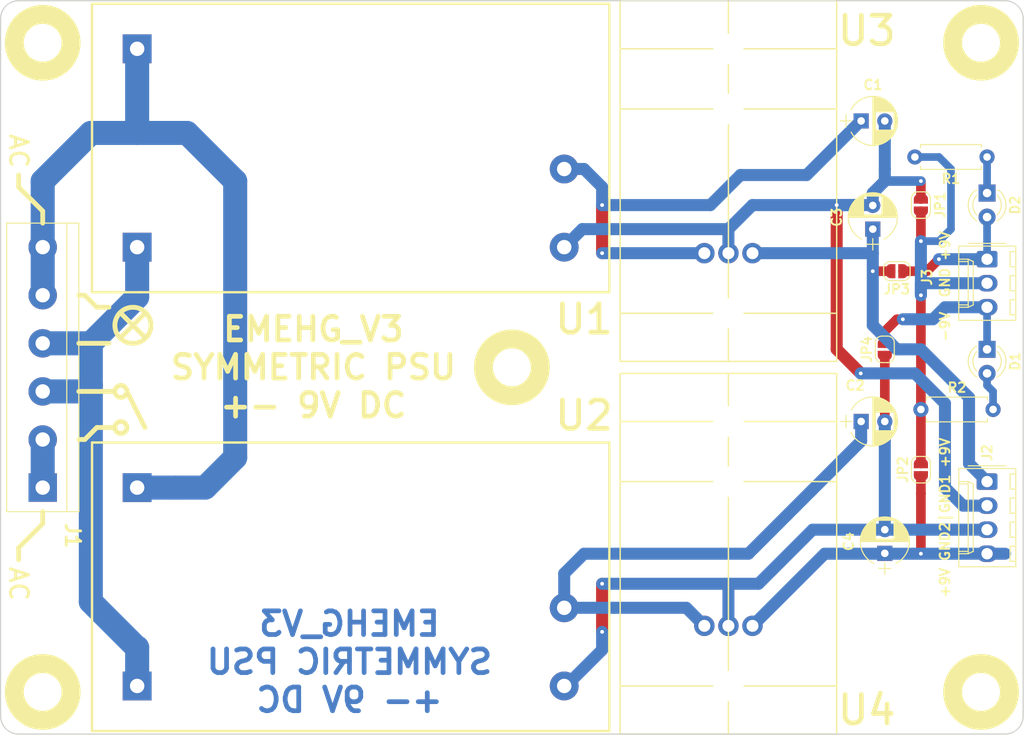
<source format=kicad_pcb>
(kicad_pcb (version 20171130) (host pcbnew "(5.1.2)-1")

  (general
    (thickness 1.6)
    (drawings 41)
    (tracks 126)
    (zones 0)
    (modules 24)
    (nets 15)
  )

  (page A4)
  (layers
    (0 F.Cu signal)
    (31 B.Cu signal)
    (32 B.Adhes user hide)
    (33 F.Adhes user hide)
    (34 B.Paste user hide)
    (35 F.Paste user hide)
    (36 B.SilkS user)
    (37 F.SilkS user)
    (38 B.Mask user)
    (39 F.Mask user)
    (40 Dwgs.User user hide)
    (41 Cmts.User user hide)
    (42 Eco1.User user hide)
    (43 Eco2.User user hide)
    (44 Edge.Cuts user)
    (45 Margin user)
    (46 B.CrtYd user hide)
    (47 F.CrtYd user hide)
    (48 B.Fab user hide)
    (49 F.Fab user hide)
  )

  (setup
    (last_trace_width 0.25)
    (user_trace_width 0.381)
    (user_trace_width 0.508)
    (user_trace_width 0.6096)
    (user_trace_width 0.8128)
    (user_trace_width 1.016)
    (user_trace_width 1.27)
    (user_trace_width 2.54)
    (trace_clearance 0.2)
    (zone_clearance 0.508)
    (zone_45_only no)
    (trace_min 0.2)
    (via_size 0.8)
    (via_drill 0.4)
    (via_min_size 0.4)
    (via_min_drill 0.3)
    (user_via 1.27 0.762)
    (uvia_size 0.3)
    (uvia_drill 0.1)
    (uvias_allowed no)
    (uvia_min_size 0.2)
    (uvia_min_drill 0.1)
    (edge_width 0.05)
    (segment_width 0.2)
    (pcb_text_width 0.3)
    (pcb_text_size 1.5 1.5)
    (mod_edge_width 0.12)
    (mod_text_size 1 1)
    (mod_text_width 0.15)
    (pad_size 3.2 3.2)
    (pad_drill 3.2)
    (pad_to_mask_clearance 0.051)
    (solder_mask_min_width 0.25)
    (aux_axis_origin 0 0)
    (visible_elements 7FFFFFFF)
    (pcbplotparams
      (layerselection 0x010f0_ffffffff)
      (usegerberextensions false)
      (usegerberattributes false)
      (usegerberadvancedattributes false)
      (creategerberjobfile false)
      (excludeedgelayer true)
      (linewidth 0.100000)
      (plotframeref false)
      (viasonmask false)
      (mode 1)
      (useauxorigin false)
      (hpglpennumber 1)
      (hpglpenspeed 20)
      (hpglpendiameter 15.000000)
      (psnegative false)
      (psa4output false)
      (plotreference true)
      (plotvalue true)
      (plotinvisibletext false)
      (padsonsilk false)
      (subtractmaskfromsilk false)
      (outputformat 1)
      (mirror false)
      (drillshape 0)
      (scaleselection 1)
      (outputdirectory "./"))
  )

  (net 0 "")
  (net 1 GND_1)
  (net 2 "Net-(C1-Pad1)")
  (net 3 GND_2)
  (net 4 "Net-(C2-Pad1)")
  (net 5 VOUT_1)
  (net 6 VOUT_2)
  (net 7 "Net-(J1-Pad1)")
  (net 8 "Net-(J1-Pad3)")
  (net 9 -9V)
  (net 10 GND)
  (net 11 +9V)
  (net 12 "Net-(D1-Pad2)")
  (net 13 "Net-(D2-Pad1)")
  (net 14 "Net-(J1-Pad5)")

  (net_class Default "This is the default net class."
    (clearance 0.2)
    (trace_width 0.25)
    (via_dia 0.8)
    (via_drill 0.4)
    (uvia_dia 0.3)
    (uvia_drill 0.1)
    (add_net +9V)
    (add_net -9V)
    (add_net GND)
    (add_net GND_1)
    (add_net GND_2)
    (add_net "Net-(C1-Pad1)")
    (add_net "Net-(C2-Pad1)")
    (add_net "Net-(D1-Pad2)")
    (add_net "Net-(D2-Pad1)")
    (add_net "Net-(J1-Pad1)")
    (add_net "Net-(J1-Pad3)")
    (add_net "Net-(J1-Pad5)")
    (add_net VOUT_1)
    (add_net VOUT_2)
  )

  (module Mounting_Holes:MountingHole_3.2mm_M3 (layer F.Cu) (tedit 5F6B0AF9) (tstamp 5F3BCD4E)
    (at 76.835 84.455)
    (descr "Mounting Hole 3.2mm, no annular, M3")
    (tags "mounting hole 3.2mm no annular m3")
    (attr virtual)
    (fp_text reference REF** (at 0 -4.2) (layer F.Fab) hide
      (effects (font (size 1 1) (thickness 0.15)))
    )
    (fp_text value MountingHole_3.2mm_M3 (at 0 4.2) (layer F.Fab) hide
      (effects (font (size 1 1) (thickness 0.15)))
    )
    (fp_circle (center 0 0) (end 3.45 0) (layer F.CrtYd) (width 0.05))
    (fp_circle (center 0 0) (end 3.2 0) (layer Cmts.User) (width 0.15))
    (fp_text user %R (at 0.3 0) (layer F.Fab)
      (effects (font (size 1 1) (thickness 0.15)))
    )
    (pad "" np_thru_hole circle (at 0 0) (size 3.2 3.2) (drill 3.2) (layers *.Cu *.Mask))
  )

  (module myHeatsink:Heatsink_TO-220 (layer F.Cu) (tedit 5F3A7BF0) (tstamp 5F3A7796)
    (at 111.125 82.55 90)
    (path /5EFF489B)
    (fp_text reference U3 (at 33.655 3.175) (layer F.SilkS)
      (effects (font (size 3 3) (thickness 0.5)))
    )
    (fp_text value LM7809_TO220 (at -1.27 -16.51) (layer F.Fab)
      (effects (font (size 1 1) (thickness 0.15)))
    )
    (fp_line (start -1.27 -11.43) (end 36.83 -11.43) (layer F.SilkS) (width 0.15))
    (fp_line (start 3.81 0) (end 3.81 -22.86) (layer F.SilkS) (width 0.15))
    (fp_line (start 25.4 0) (end 25.4 -22.86) (layer F.SilkS) (width 0.15))
    (fp_line (start 31.75 0) (end 31.75 -22.86) (layer F.SilkS) (width 0.15))
    (fp_line (start -1.27 -22.86) (end -1.27 0) (layer F.SilkS) (width 0.15))
    (fp_line (start 36.83 -22.86) (end -1.27 -22.86) (layer F.SilkS) (width 0.15))
    (fp_line (start 36.83 0) (end 36.83 -22.86) (layer F.SilkS) (width 0.15))
    (fp_line (start -1.27 0) (end 36.83 0) (layer F.SilkS) (width 0.15))
    (pad "" np_thru_hole circle (at 25.4 -11.43 90) (size 3.2004 3.2004) (drill 3.2004) (layers *.Cu *.Mask))
    (pad 3 thru_hole circle (at 10.16 -8.89 90) (size 2.159 2.159) (drill 1.27) (layers *.Cu *.Mask)
      (net 5 VOUT_1))
    (pad 1 thru_hole circle (at 10.16 -13.97 90) (size 2.159 2.159) (drill 1.27) (layers *.Cu *.Mask)
      (net 2 "Net-(C1-Pad1)"))
    (pad 2 thru_hole circle (at 10.16 -11.43 90) (size 2.159 2.159) (drill 1.27) (layers *.Cu *.Mask)
      (net 1 GND_1))
    (pad "" np_thru_hole circle (at 31.75 -11.43 90) (size 3.2004 3.2004) (drill 3.2004) (layers *.Cu *.Mask))
    (pad "" np_thru_hole circle (at 3.81 -11.43 90) (size 3.2004 3.2004) (drill 3.2004) (layers *.Cu *.Mask))
  )

  (module myHeatsink:Heatsink_TO-220 (layer F.Cu) (tedit 5F3A7BF0) (tstamp 5F3A77A7)
    (at 111.125 121.92 90)
    (path /5F005E48)
    (fp_text reference U4 (at 1.27 3.175) (layer F.SilkS)
      (effects (font (size 3 3) (thickness 0.5)))
    )
    (fp_text value LM7809_TO220 (at -1.27 -16.51) (layer F.Fab)
      (effects (font (size 1 1) (thickness 0.15)))
    )
    (fp_line (start -1.27 -11.43) (end 36.83 -11.43) (layer F.SilkS) (width 0.15))
    (fp_line (start 3.81 0) (end 3.81 -22.86) (layer F.SilkS) (width 0.15))
    (fp_line (start 25.4 0) (end 25.4 -22.86) (layer F.SilkS) (width 0.15))
    (fp_line (start 31.75 0) (end 31.75 -22.86) (layer F.SilkS) (width 0.15))
    (fp_line (start -1.27 -22.86) (end -1.27 0) (layer F.SilkS) (width 0.15))
    (fp_line (start 36.83 -22.86) (end -1.27 -22.86) (layer F.SilkS) (width 0.15))
    (fp_line (start 36.83 0) (end 36.83 -22.86) (layer F.SilkS) (width 0.15))
    (fp_line (start -1.27 0) (end 36.83 0) (layer F.SilkS) (width 0.15))
    (pad "" np_thru_hole circle (at 25.4 -11.43 90) (size 3.2004 3.2004) (drill 3.2004) (layers *.Cu *.Mask))
    (pad 3 thru_hole circle (at 10.16 -8.89 90) (size 2.159 2.159) (drill 1.27) (layers *.Cu *.Mask)
      (net 6 VOUT_2))
    (pad 1 thru_hole circle (at 10.16 -13.97 90) (size 2.159 2.159) (drill 1.27) (layers *.Cu *.Mask)
      (net 4 "Net-(C2-Pad1)"))
    (pad 2 thru_hole circle (at 10.16 -11.43 90) (size 2.159 2.159) (drill 1.27) (layers *.Cu *.Mask)
      (net 3 GND_2))
    (pad "" np_thru_hole circle (at 31.75 -11.43 90) (size 3.2004 3.2004) (drill 3.2004) (layers *.Cu *.Mask))
    (pad "" np_thru_hole circle (at 3.81 -11.43 90) (size 3.2004 3.2004) (drill 3.2004) (layers *.Cu *.Mask))
  )

  (module Mounting_Holes:MountingHole_3.2mm_M3 (layer F.Cu) (tedit 56D1B4CB) (tstamp 5F1FF9B3)
    (at 126.365 118.745)
    (descr "Mounting Hole 3.2mm, no annular, M3")
    (tags "mounting hole 3.2mm no annular m3")
    (attr virtual)
    (fp_text reference REF** (at 0 -4.2) (layer F.Fab) hide
      (effects (font (size 1 1) (thickness 0.15)))
    )
    (fp_text value MountingHole_3.2mm_M3 (at 0 4.2) (layer F.Fab) hide
      (effects (font (size 1 1) (thickness 0.15)))
    )
    (fp_text user %R (at 0.3 0) (layer F.Fab)
      (effects (font (size 1 1) (thickness 0.15)))
    )
    (fp_circle (center 0 0) (end 3.2 0) (layer Cmts.User) (width 0.15))
    (fp_circle (center 0 0) (end 3.45 0) (layer F.CrtYd) (width 0.05))
    (pad 1 np_thru_hole circle (at 0 0) (size 3.2 3.2) (drill 3.2) (layers *.Cu *.Mask))
  )

  (module Mounting_Holes:MountingHole_3.2mm_M3 (layer F.Cu) (tedit 56D1B4CB) (tstamp 5F1FF9B3)
    (at 126.365 50.165)
    (descr "Mounting Hole 3.2mm, no annular, M3")
    (tags "mounting hole 3.2mm no annular m3")
    (attr virtual)
    (fp_text reference REF** (at 0 -4.2) (layer F.Fab) hide
      (effects (font (size 1 1) (thickness 0.15)))
    )
    (fp_text value MountingHole_3.2mm_M3 (at 0 4.2) (layer F.Fab) hide
      (effects (font (size 1 1) (thickness 0.15)))
    )
    (fp_text user %R (at 0.3 0) (layer F.Fab)
      (effects (font (size 1 1) (thickness 0.15)))
    )
    (fp_circle (center 0 0) (end 3.2 0) (layer Cmts.User) (width 0.15))
    (fp_circle (center 0 0) (end 3.45 0) (layer F.CrtYd) (width 0.05))
    (pad 1 np_thru_hole circle (at 0 0) (size 3.2 3.2) (drill 3.2) (layers *.Cu *.Mask))
  )

  (module jumper:SolderJumper-2_P1.3mm_Open_RoundedPad1.0x1.5mm (layer F.Cu) (tedit 5B391E66) (tstamp 5F1FCEA4)
    (at 120.015 67.31 270)
    (descr "SMD Solder Jumper, 1x1.5mm, rounded Pads, 0.3mm gap, open")
    (tags "solder jumper open")
    (path /5F1EDD64)
    (attr virtual)
    (fp_text reference JP1 (at 0 -2.032 270) (layer F.SilkS)
      (effects (font (size 1.016 1.016) (thickness 0.2032)))
    )
    (fp_text value SolderJumper_2_Open (at 0 1.9 90) (layer F.Fab) hide
      (effects (font (size 1 1) (thickness 0.15)))
    )
    (fp_line (start 1.65 1.25) (end -1.65 1.25) (layer F.CrtYd) (width 0.05))
    (fp_line (start 1.65 1.25) (end 1.65 -1.25) (layer F.CrtYd) (width 0.05))
    (fp_line (start -1.65 -1.25) (end -1.65 1.25) (layer F.CrtYd) (width 0.05))
    (fp_line (start -1.65 -1.25) (end 1.65 -1.25) (layer F.CrtYd) (width 0.05))
    (fp_line (start -0.7 -1) (end 0.7 -1) (layer F.SilkS) (width 0.12))
    (fp_line (start 1.4 -0.3) (end 1.4 0.3) (layer F.SilkS) (width 0.12))
    (fp_line (start 0.7 1) (end -0.7 1) (layer F.SilkS) (width 0.12))
    (fp_line (start -1.4 0.3) (end -1.4 -0.3) (layer F.SilkS) (width 0.12))
    (fp_arc (start -0.7 -0.3) (end -0.7 -1) (angle -90) (layer F.SilkS) (width 0.12))
    (fp_arc (start -0.7 0.3) (end -1.4 0.3) (angle -90) (layer F.SilkS) (width 0.12))
    (fp_arc (start 0.7 0.3) (end 0.7 1) (angle -90) (layer F.SilkS) (width 0.12))
    (fp_arc (start 0.7 -0.3) (end 1.4 -0.3) (angle -90) (layer F.SilkS) (width 0.12))
    (pad 2 smd custom (at 0.65 0 270) (size 1 0.5) (layers F.Cu F.Mask)
      (net 10 GND) (zone_connect 2)
      (options (clearance outline) (anchor rect))
      (primitives
        (gr_circle (center 0 0.25) (end 0.5 0.25) (width 0))
        (gr_circle (center 0 -0.25) (end 0.5 -0.25) (width 0))
        (gr_poly (pts
           (xy 0 -0.75) (xy -0.5 -0.75) (xy -0.5 0.75) (xy 0 0.75)) (width 0))
      ))
    (pad 1 smd custom (at -0.65 0 270) (size 1 0.5) (layers F.Cu F.Mask)
      (net 1 GND_1) (zone_connect 2)
      (options (clearance outline) (anchor rect))
      (primitives
        (gr_circle (center 0 0.25) (end 0.5 0.25) (width 0))
        (gr_circle (center 0 -0.25) (end 0.5 -0.25) (width 0))
        (gr_poly (pts
           (xy 0 -0.75) (xy 0.5 -0.75) (xy 0.5 0.75) (xy 0 0.75)) (width 0))
      ))
  )

  (module Mounting_Holes:MountingHole_3.2mm_M3 (layer F.Cu) (tedit 56D1B4CB) (tstamp 5F1FD97E)
    (at 27.305 118.745)
    (descr "Mounting Hole 3.2mm, no annular, M3")
    (tags "mounting hole 3.2mm no annular m3")
    (attr virtual)
    (fp_text reference REF** (at 0 -4.2) (layer F.Fab) hide
      (effects (font (size 1 1) (thickness 0.15)))
    )
    (fp_text value MountingHole_3.2mm_M3 (at 0 4.2) (layer F.Fab) hide
      (effects (font (size 1 1) (thickness 0.15)))
    )
    (fp_text user %R (at 0.3 0) (layer F.Fab)
      (effects (font (size 1 1) (thickness 0.15)))
    )
    (fp_circle (center 0 0) (end 3.2 0) (layer Cmts.User) (width 0.15))
    (fp_circle (center 0 0) (end 3.45 0) (layer F.CrtYd) (width 0.05))
    (pad 1 np_thru_hole circle (at 0 0) (size 3.2 3.2) (drill 3.2) (layers *.Cu *.Mask))
  )

  (module Mounting_Holes:MountingHole_3.2mm_M3 (layer F.Cu) (tedit 56D1B4CB) (tstamp 5F1FD96D)
    (at 27.305 50.165)
    (descr "Mounting Hole 3.2mm, no annular, M3")
    (tags "mounting hole 3.2mm no annular m3")
    (attr virtual)
    (fp_text reference REF** (at 0 -4.2) (layer F.Fab) hide
      (effects (font (size 1 1) (thickness 0.15)))
    )
    (fp_text value MountingHole_3.2mm_M3 (at 0 4.2) (layer F.Fab) hide
      (effects (font (size 1 1) (thickness 0.15)))
    )
    (fp_text user %R (at 0.3 0) (layer F.Fab)
      (effects (font (size 1 1) (thickness 0.15)))
    )
    (fp_circle (center 0 0) (end 3.2 0) (layer Cmts.User) (width 0.15))
    (fp_circle (center 0 0) (end 3.45 0) (layer F.CrtYd) (width 0.05))
    (pad 1 np_thru_hole circle (at 0 0) (size 3.2 3.2) (drill 3.2) (layers *.Cu *.Mask))
  )

  (module Capacitors_THT:CP_Radial_D5.0mm_P2.50mm (layer F.Cu) (tedit 597BC7C2) (tstamp 5F1FCC87)
    (at 113.705 58.42)
    (descr "CP, Radial series, Radial, pin pitch=2.50mm, , diameter=5mm, Electrolytic Capacitor")
    (tags "CP Radial series Radial pin pitch 2.50mm  diameter 5mm Electrolytic Capacitor")
    (path /5EFFE0E1)
    (fp_text reference C1 (at 1.25 -3.81) (layer F.SilkS)
      (effects (font (size 1.016 1.016) (thickness 0.2032)))
    )
    (fp_text value CP (at 1.25 3.81) (layer F.Fab)
      (effects (font (size 1 1) (thickness 0.15)))
    )
    (fp_arc (start 1.25 0) (end -1.05558 -1.18) (angle 125.8) (layer F.SilkS) (width 0.12))
    (fp_arc (start 1.25 0) (end -1.05558 1.18) (angle -125.8) (layer F.SilkS) (width 0.12))
    (fp_arc (start 1.25 0) (end 3.55558 -1.18) (angle 54.2) (layer F.SilkS) (width 0.12))
    (fp_circle (center 1.25 0) (end 3.75 0) (layer F.Fab) (width 0.1))
    (fp_line (start -2.2 0) (end -1 0) (layer F.Fab) (width 0.1))
    (fp_line (start -1.6 -0.65) (end -1.6 0.65) (layer F.Fab) (width 0.1))
    (fp_line (start 1.25 -2.55) (end 1.25 2.55) (layer F.SilkS) (width 0.12))
    (fp_line (start 1.29 -2.55) (end 1.29 2.55) (layer F.SilkS) (width 0.12))
    (fp_line (start 1.33 -2.549) (end 1.33 2.549) (layer F.SilkS) (width 0.12))
    (fp_line (start 1.37 -2.548) (end 1.37 2.548) (layer F.SilkS) (width 0.12))
    (fp_line (start 1.41 -2.546) (end 1.41 2.546) (layer F.SilkS) (width 0.12))
    (fp_line (start 1.45 -2.543) (end 1.45 2.543) (layer F.SilkS) (width 0.12))
    (fp_line (start 1.49 -2.539) (end 1.49 2.539) (layer F.SilkS) (width 0.12))
    (fp_line (start 1.53 -2.535) (end 1.53 -0.98) (layer F.SilkS) (width 0.12))
    (fp_line (start 1.53 0.98) (end 1.53 2.535) (layer F.SilkS) (width 0.12))
    (fp_line (start 1.57 -2.531) (end 1.57 -0.98) (layer F.SilkS) (width 0.12))
    (fp_line (start 1.57 0.98) (end 1.57 2.531) (layer F.SilkS) (width 0.12))
    (fp_line (start 1.61 -2.525) (end 1.61 -0.98) (layer F.SilkS) (width 0.12))
    (fp_line (start 1.61 0.98) (end 1.61 2.525) (layer F.SilkS) (width 0.12))
    (fp_line (start 1.65 -2.519) (end 1.65 -0.98) (layer F.SilkS) (width 0.12))
    (fp_line (start 1.65 0.98) (end 1.65 2.519) (layer F.SilkS) (width 0.12))
    (fp_line (start 1.69 -2.513) (end 1.69 -0.98) (layer F.SilkS) (width 0.12))
    (fp_line (start 1.69 0.98) (end 1.69 2.513) (layer F.SilkS) (width 0.12))
    (fp_line (start 1.73 -2.506) (end 1.73 -0.98) (layer F.SilkS) (width 0.12))
    (fp_line (start 1.73 0.98) (end 1.73 2.506) (layer F.SilkS) (width 0.12))
    (fp_line (start 1.77 -2.498) (end 1.77 -0.98) (layer F.SilkS) (width 0.12))
    (fp_line (start 1.77 0.98) (end 1.77 2.498) (layer F.SilkS) (width 0.12))
    (fp_line (start 1.81 -2.489) (end 1.81 -0.98) (layer F.SilkS) (width 0.12))
    (fp_line (start 1.81 0.98) (end 1.81 2.489) (layer F.SilkS) (width 0.12))
    (fp_line (start 1.85 -2.48) (end 1.85 -0.98) (layer F.SilkS) (width 0.12))
    (fp_line (start 1.85 0.98) (end 1.85 2.48) (layer F.SilkS) (width 0.12))
    (fp_line (start 1.89 -2.47) (end 1.89 -0.98) (layer F.SilkS) (width 0.12))
    (fp_line (start 1.89 0.98) (end 1.89 2.47) (layer F.SilkS) (width 0.12))
    (fp_line (start 1.93 -2.46) (end 1.93 -0.98) (layer F.SilkS) (width 0.12))
    (fp_line (start 1.93 0.98) (end 1.93 2.46) (layer F.SilkS) (width 0.12))
    (fp_line (start 1.971 -2.448) (end 1.971 -0.98) (layer F.SilkS) (width 0.12))
    (fp_line (start 1.971 0.98) (end 1.971 2.448) (layer F.SilkS) (width 0.12))
    (fp_line (start 2.011 -2.436) (end 2.011 -0.98) (layer F.SilkS) (width 0.12))
    (fp_line (start 2.011 0.98) (end 2.011 2.436) (layer F.SilkS) (width 0.12))
    (fp_line (start 2.051 -2.424) (end 2.051 -0.98) (layer F.SilkS) (width 0.12))
    (fp_line (start 2.051 0.98) (end 2.051 2.424) (layer F.SilkS) (width 0.12))
    (fp_line (start 2.091 -2.41) (end 2.091 -0.98) (layer F.SilkS) (width 0.12))
    (fp_line (start 2.091 0.98) (end 2.091 2.41) (layer F.SilkS) (width 0.12))
    (fp_line (start 2.131 -2.396) (end 2.131 -0.98) (layer F.SilkS) (width 0.12))
    (fp_line (start 2.131 0.98) (end 2.131 2.396) (layer F.SilkS) (width 0.12))
    (fp_line (start 2.171 -2.382) (end 2.171 -0.98) (layer F.SilkS) (width 0.12))
    (fp_line (start 2.171 0.98) (end 2.171 2.382) (layer F.SilkS) (width 0.12))
    (fp_line (start 2.211 -2.366) (end 2.211 -0.98) (layer F.SilkS) (width 0.12))
    (fp_line (start 2.211 0.98) (end 2.211 2.366) (layer F.SilkS) (width 0.12))
    (fp_line (start 2.251 -2.35) (end 2.251 -0.98) (layer F.SilkS) (width 0.12))
    (fp_line (start 2.251 0.98) (end 2.251 2.35) (layer F.SilkS) (width 0.12))
    (fp_line (start 2.291 -2.333) (end 2.291 -0.98) (layer F.SilkS) (width 0.12))
    (fp_line (start 2.291 0.98) (end 2.291 2.333) (layer F.SilkS) (width 0.12))
    (fp_line (start 2.331 -2.315) (end 2.331 -0.98) (layer F.SilkS) (width 0.12))
    (fp_line (start 2.331 0.98) (end 2.331 2.315) (layer F.SilkS) (width 0.12))
    (fp_line (start 2.371 -2.296) (end 2.371 -0.98) (layer F.SilkS) (width 0.12))
    (fp_line (start 2.371 0.98) (end 2.371 2.296) (layer F.SilkS) (width 0.12))
    (fp_line (start 2.411 -2.276) (end 2.411 -0.98) (layer F.SilkS) (width 0.12))
    (fp_line (start 2.411 0.98) (end 2.411 2.276) (layer F.SilkS) (width 0.12))
    (fp_line (start 2.451 -2.256) (end 2.451 -0.98) (layer F.SilkS) (width 0.12))
    (fp_line (start 2.451 0.98) (end 2.451 2.256) (layer F.SilkS) (width 0.12))
    (fp_line (start 2.491 -2.234) (end 2.491 -0.98) (layer F.SilkS) (width 0.12))
    (fp_line (start 2.491 0.98) (end 2.491 2.234) (layer F.SilkS) (width 0.12))
    (fp_line (start 2.531 -2.212) (end 2.531 -0.98) (layer F.SilkS) (width 0.12))
    (fp_line (start 2.531 0.98) (end 2.531 2.212) (layer F.SilkS) (width 0.12))
    (fp_line (start 2.571 -2.189) (end 2.571 -0.98) (layer F.SilkS) (width 0.12))
    (fp_line (start 2.571 0.98) (end 2.571 2.189) (layer F.SilkS) (width 0.12))
    (fp_line (start 2.611 -2.165) (end 2.611 -0.98) (layer F.SilkS) (width 0.12))
    (fp_line (start 2.611 0.98) (end 2.611 2.165) (layer F.SilkS) (width 0.12))
    (fp_line (start 2.651 -2.14) (end 2.651 -0.98) (layer F.SilkS) (width 0.12))
    (fp_line (start 2.651 0.98) (end 2.651 2.14) (layer F.SilkS) (width 0.12))
    (fp_line (start 2.691 -2.113) (end 2.691 -0.98) (layer F.SilkS) (width 0.12))
    (fp_line (start 2.691 0.98) (end 2.691 2.113) (layer F.SilkS) (width 0.12))
    (fp_line (start 2.731 -2.086) (end 2.731 -0.98) (layer F.SilkS) (width 0.12))
    (fp_line (start 2.731 0.98) (end 2.731 2.086) (layer F.SilkS) (width 0.12))
    (fp_line (start 2.771 -2.058) (end 2.771 -0.98) (layer F.SilkS) (width 0.12))
    (fp_line (start 2.771 0.98) (end 2.771 2.058) (layer F.SilkS) (width 0.12))
    (fp_line (start 2.811 -2.028) (end 2.811 -0.98) (layer F.SilkS) (width 0.12))
    (fp_line (start 2.811 0.98) (end 2.811 2.028) (layer F.SilkS) (width 0.12))
    (fp_line (start 2.851 -1.997) (end 2.851 -0.98) (layer F.SilkS) (width 0.12))
    (fp_line (start 2.851 0.98) (end 2.851 1.997) (layer F.SilkS) (width 0.12))
    (fp_line (start 2.891 -1.965) (end 2.891 -0.98) (layer F.SilkS) (width 0.12))
    (fp_line (start 2.891 0.98) (end 2.891 1.965) (layer F.SilkS) (width 0.12))
    (fp_line (start 2.931 -1.932) (end 2.931 -0.98) (layer F.SilkS) (width 0.12))
    (fp_line (start 2.931 0.98) (end 2.931 1.932) (layer F.SilkS) (width 0.12))
    (fp_line (start 2.971 -1.897) (end 2.971 -0.98) (layer F.SilkS) (width 0.12))
    (fp_line (start 2.971 0.98) (end 2.971 1.897) (layer F.SilkS) (width 0.12))
    (fp_line (start 3.011 -1.861) (end 3.011 -0.98) (layer F.SilkS) (width 0.12))
    (fp_line (start 3.011 0.98) (end 3.011 1.861) (layer F.SilkS) (width 0.12))
    (fp_line (start 3.051 -1.823) (end 3.051 -0.98) (layer F.SilkS) (width 0.12))
    (fp_line (start 3.051 0.98) (end 3.051 1.823) (layer F.SilkS) (width 0.12))
    (fp_line (start 3.091 -1.783) (end 3.091 -0.98) (layer F.SilkS) (width 0.12))
    (fp_line (start 3.091 0.98) (end 3.091 1.783) (layer F.SilkS) (width 0.12))
    (fp_line (start 3.131 -1.742) (end 3.131 -0.98) (layer F.SilkS) (width 0.12))
    (fp_line (start 3.131 0.98) (end 3.131 1.742) (layer F.SilkS) (width 0.12))
    (fp_line (start 3.171 -1.699) (end 3.171 -0.98) (layer F.SilkS) (width 0.12))
    (fp_line (start 3.171 0.98) (end 3.171 1.699) (layer F.SilkS) (width 0.12))
    (fp_line (start 3.211 -1.654) (end 3.211 -0.98) (layer F.SilkS) (width 0.12))
    (fp_line (start 3.211 0.98) (end 3.211 1.654) (layer F.SilkS) (width 0.12))
    (fp_line (start 3.251 -1.606) (end 3.251 -0.98) (layer F.SilkS) (width 0.12))
    (fp_line (start 3.251 0.98) (end 3.251 1.606) (layer F.SilkS) (width 0.12))
    (fp_line (start 3.291 -1.556) (end 3.291 -0.98) (layer F.SilkS) (width 0.12))
    (fp_line (start 3.291 0.98) (end 3.291 1.556) (layer F.SilkS) (width 0.12))
    (fp_line (start 3.331 -1.504) (end 3.331 -0.98) (layer F.SilkS) (width 0.12))
    (fp_line (start 3.331 0.98) (end 3.331 1.504) (layer F.SilkS) (width 0.12))
    (fp_line (start 3.371 -1.448) (end 3.371 -0.98) (layer F.SilkS) (width 0.12))
    (fp_line (start 3.371 0.98) (end 3.371 1.448) (layer F.SilkS) (width 0.12))
    (fp_line (start 3.411 -1.39) (end 3.411 -0.98) (layer F.SilkS) (width 0.12))
    (fp_line (start 3.411 0.98) (end 3.411 1.39) (layer F.SilkS) (width 0.12))
    (fp_line (start 3.451 -1.327) (end 3.451 -0.98) (layer F.SilkS) (width 0.12))
    (fp_line (start 3.451 0.98) (end 3.451 1.327) (layer F.SilkS) (width 0.12))
    (fp_line (start 3.491 -1.261) (end 3.491 1.261) (layer F.SilkS) (width 0.12))
    (fp_line (start 3.531 -1.189) (end 3.531 1.189) (layer F.SilkS) (width 0.12))
    (fp_line (start 3.571 -1.112) (end 3.571 1.112) (layer F.SilkS) (width 0.12))
    (fp_line (start 3.611 -1.028) (end 3.611 1.028) (layer F.SilkS) (width 0.12))
    (fp_line (start 3.651 -0.934) (end 3.651 0.934) (layer F.SilkS) (width 0.12))
    (fp_line (start 3.691 -0.829) (end 3.691 0.829) (layer F.SilkS) (width 0.12))
    (fp_line (start 3.731 -0.707) (end 3.731 0.707) (layer F.SilkS) (width 0.12))
    (fp_line (start 3.771 -0.559) (end 3.771 0.559) (layer F.SilkS) (width 0.12))
    (fp_line (start 3.811 -0.354) (end 3.811 0.354) (layer F.SilkS) (width 0.12))
    (fp_line (start -2.2 0) (end -1 0) (layer F.SilkS) (width 0.12))
    (fp_line (start -1.6 -0.65) (end -1.6 0.65) (layer F.SilkS) (width 0.12))
    (fp_line (start -1.6 -2.85) (end -1.6 2.85) (layer F.CrtYd) (width 0.05))
    (fp_line (start -1.6 2.85) (end 4.1 2.85) (layer F.CrtYd) (width 0.05))
    (fp_line (start 4.1 2.85) (end 4.1 -2.85) (layer F.CrtYd) (width 0.05))
    (fp_line (start 4.1 -2.85) (end -1.6 -2.85) (layer F.CrtYd) (width 0.05))
    (fp_text user %R (at 1.25 0) (layer F.Fab)
      (effects (font (size 1 1) (thickness 0.15)))
    )
    (pad 1 thru_hole rect (at 0 0) (size 1.6 1.6) (drill 0.8) (layers *.Cu *.Mask)
      (net 2 "Net-(C1-Pad1)"))
    (pad 2 thru_hole circle (at 2.5 0) (size 1.6 1.6) (drill 0.8) (layers *.Cu *.Mask)
      (net 1 GND_1))
    (model ${KISYS3DMOD}/Capacitors_THT.3dshapes/CP_Radial_D5.0mm_P2.50mm.wrl
      (at (xyz 0 0 0))
      (scale (xyz 1 1 1))
      (rotate (xyz 0 0 0))
    )
  )

  (module Capacitors_THT:CP_Radial_D5.0mm_P2.50mm (layer F.Cu) (tedit 597BC7C2) (tstamp 5F1FCD0C)
    (at 113.705 90.17)
    (descr "CP, Radial series, Radial, pin pitch=2.50mm, , diameter=5mm, Electrolytic Capacitor")
    (tags "CP Radial series Radial pin pitch 2.50mm  diameter 5mm Electrolytic Capacitor")
    (path /5F005E51)
    (fp_text reference C2 (at -0.635 -3.81) (layer F.SilkS)
      (effects (font (size 1.016 1.016) (thickness 0.2032)))
    )
    (fp_text value CP (at 1.25 3.81) (layer F.Fab)
      (effects (font (size 1 1) (thickness 0.15)))
    )
    (fp_arc (start 1.25 0) (end -1.05558 -1.18) (angle 125.8) (layer F.SilkS) (width 0.12))
    (fp_arc (start 1.25 0) (end -1.05558 1.18) (angle -125.8) (layer F.SilkS) (width 0.12))
    (fp_arc (start 1.25 0) (end 3.55558 -1.18) (angle 54.2) (layer F.SilkS) (width 0.12))
    (fp_circle (center 1.25 0) (end 3.75 0) (layer F.Fab) (width 0.1))
    (fp_line (start -2.2 0) (end -1 0) (layer F.Fab) (width 0.1))
    (fp_line (start -1.6 -0.65) (end -1.6 0.65) (layer F.Fab) (width 0.1))
    (fp_line (start 1.25 -2.55) (end 1.25 2.55) (layer F.SilkS) (width 0.12))
    (fp_line (start 1.29 -2.55) (end 1.29 2.55) (layer F.SilkS) (width 0.12))
    (fp_line (start 1.33 -2.549) (end 1.33 2.549) (layer F.SilkS) (width 0.12))
    (fp_line (start 1.37 -2.548) (end 1.37 2.548) (layer F.SilkS) (width 0.12))
    (fp_line (start 1.41 -2.546) (end 1.41 2.546) (layer F.SilkS) (width 0.12))
    (fp_line (start 1.45 -2.543) (end 1.45 2.543) (layer F.SilkS) (width 0.12))
    (fp_line (start 1.49 -2.539) (end 1.49 2.539) (layer F.SilkS) (width 0.12))
    (fp_line (start 1.53 -2.535) (end 1.53 -0.98) (layer F.SilkS) (width 0.12))
    (fp_line (start 1.53 0.98) (end 1.53 2.535) (layer F.SilkS) (width 0.12))
    (fp_line (start 1.57 -2.531) (end 1.57 -0.98) (layer F.SilkS) (width 0.12))
    (fp_line (start 1.57 0.98) (end 1.57 2.531) (layer F.SilkS) (width 0.12))
    (fp_line (start 1.61 -2.525) (end 1.61 -0.98) (layer F.SilkS) (width 0.12))
    (fp_line (start 1.61 0.98) (end 1.61 2.525) (layer F.SilkS) (width 0.12))
    (fp_line (start 1.65 -2.519) (end 1.65 -0.98) (layer F.SilkS) (width 0.12))
    (fp_line (start 1.65 0.98) (end 1.65 2.519) (layer F.SilkS) (width 0.12))
    (fp_line (start 1.69 -2.513) (end 1.69 -0.98) (layer F.SilkS) (width 0.12))
    (fp_line (start 1.69 0.98) (end 1.69 2.513) (layer F.SilkS) (width 0.12))
    (fp_line (start 1.73 -2.506) (end 1.73 -0.98) (layer F.SilkS) (width 0.12))
    (fp_line (start 1.73 0.98) (end 1.73 2.506) (layer F.SilkS) (width 0.12))
    (fp_line (start 1.77 -2.498) (end 1.77 -0.98) (layer F.SilkS) (width 0.12))
    (fp_line (start 1.77 0.98) (end 1.77 2.498) (layer F.SilkS) (width 0.12))
    (fp_line (start 1.81 -2.489) (end 1.81 -0.98) (layer F.SilkS) (width 0.12))
    (fp_line (start 1.81 0.98) (end 1.81 2.489) (layer F.SilkS) (width 0.12))
    (fp_line (start 1.85 -2.48) (end 1.85 -0.98) (layer F.SilkS) (width 0.12))
    (fp_line (start 1.85 0.98) (end 1.85 2.48) (layer F.SilkS) (width 0.12))
    (fp_line (start 1.89 -2.47) (end 1.89 -0.98) (layer F.SilkS) (width 0.12))
    (fp_line (start 1.89 0.98) (end 1.89 2.47) (layer F.SilkS) (width 0.12))
    (fp_line (start 1.93 -2.46) (end 1.93 -0.98) (layer F.SilkS) (width 0.12))
    (fp_line (start 1.93 0.98) (end 1.93 2.46) (layer F.SilkS) (width 0.12))
    (fp_line (start 1.971 -2.448) (end 1.971 -0.98) (layer F.SilkS) (width 0.12))
    (fp_line (start 1.971 0.98) (end 1.971 2.448) (layer F.SilkS) (width 0.12))
    (fp_line (start 2.011 -2.436) (end 2.011 -0.98) (layer F.SilkS) (width 0.12))
    (fp_line (start 2.011 0.98) (end 2.011 2.436) (layer F.SilkS) (width 0.12))
    (fp_line (start 2.051 -2.424) (end 2.051 -0.98) (layer F.SilkS) (width 0.12))
    (fp_line (start 2.051 0.98) (end 2.051 2.424) (layer F.SilkS) (width 0.12))
    (fp_line (start 2.091 -2.41) (end 2.091 -0.98) (layer F.SilkS) (width 0.12))
    (fp_line (start 2.091 0.98) (end 2.091 2.41) (layer F.SilkS) (width 0.12))
    (fp_line (start 2.131 -2.396) (end 2.131 -0.98) (layer F.SilkS) (width 0.12))
    (fp_line (start 2.131 0.98) (end 2.131 2.396) (layer F.SilkS) (width 0.12))
    (fp_line (start 2.171 -2.382) (end 2.171 -0.98) (layer F.SilkS) (width 0.12))
    (fp_line (start 2.171 0.98) (end 2.171 2.382) (layer F.SilkS) (width 0.12))
    (fp_line (start 2.211 -2.366) (end 2.211 -0.98) (layer F.SilkS) (width 0.12))
    (fp_line (start 2.211 0.98) (end 2.211 2.366) (layer F.SilkS) (width 0.12))
    (fp_line (start 2.251 -2.35) (end 2.251 -0.98) (layer F.SilkS) (width 0.12))
    (fp_line (start 2.251 0.98) (end 2.251 2.35) (layer F.SilkS) (width 0.12))
    (fp_line (start 2.291 -2.333) (end 2.291 -0.98) (layer F.SilkS) (width 0.12))
    (fp_line (start 2.291 0.98) (end 2.291 2.333) (layer F.SilkS) (width 0.12))
    (fp_line (start 2.331 -2.315) (end 2.331 -0.98) (layer F.SilkS) (width 0.12))
    (fp_line (start 2.331 0.98) (end 2.331 2.315) (layer F.SilkS) (width 0.12))
    (fp_line (start 2.371 -2.296) (end 2.371 -0.98) (layer F.SilkS) (width 0.12))
    (fp_line (start 2.371 0.98) (end 2.371 2.296) (layer F.SilkS) (width 0.12))
    (fp_line (start 2.411 -2.276) (end 2.411 -0.98) (layer F.SilkS) (width 0.12))
    (fp_line (start 2.411 0.98) (end 2.411 2.276) (layer F.SilkS) (width 0.12))
    (fp_line (start 2.451 -2.256) (end 2.451 -0.98) (layer F.SilkS) (width 0.12))
    (fp_line (start 2.451 0.98) (end 2.451 2.256) (layer F.SilkS) (width 0.12))
    (fp_line (start 2.491 -2.234) (end 2.491 -0.98) (layer F.SilkS) (width 0.12))
    (fp_line (start 2.491 0.98) (end 2.491 2.234) (layer F.SilkS) (width 0.12))
    (fp_line (start 2.531 -2.212) (end 2.531 -0.98) (layer F.SilkS) (width 0.12))
    (fp_line (start 2.531 0.98) (end 2.531 2.212) (layer F.SilkS) (width 0.12))
    (fp_line (start 2.571 -2.189) (end 2.571 -0.98) (layer F.SilkS) (width 0.12))
    (fp_line (start 2.571 0.98) (end 2.571 2.189) (layer F.SilkS) (width 0.12))
    (fp_line (start 2.611 -2.165) (end 2.611 -0.98) (layer F.SilkS) (width 0.12))
    (fp_line (start 2.611 0.98) (end 2.611 2.165) (layer F.SilkS) (width 0.12))
    (fp_line (start 2.651 -2.14) (end 2.651 -0.98) (layer F.SilkS) (width 0.12))
    (fp_line (start 2.651 0.98) (end 2.651 2.14) (layer F.SilkS) (width 0.12))
    (fp_line (start 2.691 -2.113) (end 2.691 -0.98) (layer F.SilkS) (width 0.12))
    (fp_line (start 2.691 0.98) (end 2.691 2.113) (layer F.SilkS) (width 0.12))
    (fp_line (start 2.731 -2.086) (end 2.731 -0.98) (layer F.SilkS) (width 0.12))
    (fp_line (start 2.731 0.98) (end 2.731 2.086) (layer F.SilkS) (width 0.12))
    (fp_line (start 2.771 -2.058) (end 2.771 -0.98) (layer F.SilkS) (width 0.12))
    (fp_line (start 2.771 0.98) (end 2.771 2.058) (layer F.SilkS) (width 0.12))
    (fp_line (start 2.811 -2.028) (end 2.811 -0.98) (layer F.SilkS) (width 0.12))
    (fp_line (start 2.811 0.98) (end 2.811 2.028) (layer F.SilkS) (width 0.12))
    (fp_line (start 2.851 -1.997) (end 2.851 -0.98) (layer F.SilkS) (width 0.12))
    (fp_line (start 2.851 0.98) (end 2.851 1.997) (layer F.SilkS) (width 0.12))
    (fp_line (start 2.891 -1.965) (end 2.891 -0.98) (layer F.SilkS) (width 0.12))
    (fp_line (start 2.891 0.98) (end 2.891 1.965) (layer F.SilkS) (width 0.12))
    (fp_line (start 2.931 -1.932) (end 2.931 -0.98) (layer F.SilkS) (width 0.12))
    (fp_line (start 2.931 0.98) (end 2.931 1.932) (layer F.SilkS) (width 0.12))
    (fp_line (start 2.971 -1.897) (end 2.971 -0.98) (layer F.SilkS) (width 0.12))
    (fp_line (start 2.971 0.98) (end 2.971 1.897) (layer F.SilkS) (width 0.12))
    (fp_line (start 3.011 -1.861) (end 3.011 -0.98) (layer F.SilkS) (width 0.12))
    (fp_line (start 3.011 0.98) (end 3.011 1.861) (layer F.SilkS) (width 0.12))
    (fp_line (start 3.051 -1.823) (end 3.051 -0.98) (layer F.SilkS) (width 0.12))
    (fp_line (start 3.051 0.98) (end 3.051 1.823) (layer F.SilkS) (width 0.12))
    (fp_line (start 3.091 -1.783) (end 3.091 -0.98) (layer F.SilkS) (width 0.12))
    (fp_line (start 3.091 0.98) (end 3.091 1.783) (layer F.SilkS) (width 0.12))
    (fp_line (start 3.131 -1.742) (end 3.131 -0.98) (layer F.SilkS) (width 0.12))
    (fp_line (start 3.131 0.98) (end 3.131 1.742) (layer F.SilkS) (width 0.12))
    (fp_line (start 3.171 -1.699) (end 3.171 -0.98) (layer F.SilkS) (width 0.12))
    (fp_line (start 3.171 0.98) (end 3.171 1.699) (layer F.SilkS) (width 0.12))
    (fp_line (start 3.211 -1.654) (end 3.211 -0.98) (layer F.SilkS) (width 0.12))
    (fp_line (start 3.211 0.98) (end 3.211 1.654) (layer F.SilkS) (width 0.12))
    (fp_line (start 3.251 -1.606) (end 3.251 -0.98) (layer F.SilkS) (width 0.12))
    (fp_line (start 3.251 0.98) (end 3.251 1.606) (layer F.SilkS) (width 0.12))
    (fp_line (start 3.291 -1.556) (end 3.291 -0.98) (layer F.SilkS) (width 0.12))
    (fp_line (start 3.291 0.98) (end 3.291 1.556) (layer F.SilkS) (width 0.12))
    (fp_line (start 3.331 -1.504) (end 3.331 -0.98) (layer F.SilkS) (width 0.12))
    (fp_line (start 3.331 0.98) (end 3.331 1.504) (layer F.SilkS) (width 0.12))
    (fp_line (start 3.371 -1.448) (end 3.371 -0.98) (layer F.SilkS) (width 0.12))
    (fp_line (start 3.371 0.98) (end 3.371 1.448) (layer F.SilkS) (width 0.12))
    (fp_line (start 3.411 -1.39) (end 3.411 -0.98) (layer F.SilkS) (width 0.12))
    (fp_line (start 3.411 0.98) (end 3.411 1.39) (layer F.SilkS) (width 0.12))
    (fp_line (start 3.451 -1.327) (end 3.451 -0.98) (layer F.SilkS) (width 0.12))
    (fp_line (start 3.451 0.98) (end 3.451 1.327) (layer F.SilkS) (width 0.12))
    (fp_line (start 3.491 -1.261) (end 3.491 1.261) (layer F.SilkS) (width 0.12))
    (fp_line (start 3.531 -1.189) (end 3.531 1.189) (layer F.SilkS) (width 0.12))
    (fp_line (start 3.571 -1.112) (end 3.571 1.112) (layer F.SilkS) (width 0.12))
    (fp_line (start 3.611 -1.028) (end 3.611 1.028) (layer F.SilkS) (width 0.12))
    (fp_line (start 3.651 -0.934) (end 3.651 0.934) (layer F.SilkS) (width 0.12))
    (fp_line (start 3.691 -0.829) (end 3.691 0.829) (layer F.SilkS) (width 0.12))
    (fp_line (start 3.731 -0.707) (end 3.731 0.707) (layer F.SilkS) (width 0.12))
    (fp_line (start 3.771 -0.559) (end 3.771 0.559) (layer F.SilkS) (width 0.12))
    (fp_line (start 3.811 -0.354) (end 3.811 0.354) (layer F.SilkS) (width 0.12))
    (fp_line (start -2.2 0) (end -1 0) (layer F.SilkS) (width 0.12))
    (fp_line (start -1.6 -0.65) (end -1.6 0.65) (layer F.SilkS) (width 0.12))
    (fp_line (start -1.6 -2.85) (end -1.6 2.85) (layer F.CrtYd) (width 0.05))
    (fp_line (start -1.6 2.85) (end 4.1 2.85) (layer F.CrtYd) (width 0.05))
    (fp_line (start 4.1 2.85) (end 4.1 -2.85) (layer F.CrtYd) (width 0.05))
    (fp_line (start 4.1 -2.85) (end -1.6 -2.85) (layer F.CrtYd) (width 0.05))
    (fp_text user %R (at 1.25 0) (layer F.Fab)
      (effects (font (size 1 1) (thickness 0.15)))
    )
    (pad 1 thru_hole rect (at 0 0) (size 1.6 1.6) (drill 0.8) (layers *.Cu *.Mask)
      (net 4 "Net-(C2-Pad1)"))
    (pad 2 thru_hole circle (at 2.5 0) (size 1.6 1.6) (drill 0.8) (layers *.Cu *.Mask)
      (net 3 GND_2))
    (model ${KISYS3DMOD}/Capacitors_THT.3dshapes/CP_Radial_D5.0mm_P2.50mm.wrl
      (at (xyz 0 0 0))
      (scale (xyz 1 1 1))
      (rotate (xyz 0 0 0))
    )
  )

  (module Capacitors_THT:CP_Radial_D5.0mm_P2.50mm (layer F.Cu) (tedit 597BC7C2) (tstamp 5F1FCD91)
    (at 114.935 69.85 90)
    (descr "CP, Radial series, Radial, pin pitch=2.50mm, , diameter=5mm, Electrolytic Capacitor")
    (tags "CP Radial series Radial pin pitch 2.50mm  diameter 5mm Electrolytic Capacitor")
    (path /5EFFEE29)
    (fp_text reference C3 (at 1.25 -3.81 90) (layer F.SilkS)
      (effects (font (size 1.016 1.016) (thickness 0.2032)))
    )
    (fp_text value CP (at 1.25 3.81 90) (layer F.Fab)
      (effects (font (size 1 1) (thickness 0.15)))
    )
    (fp_arc (start 1.25 0) (end -1.05558 -1.18) (angle 125.8) (layer F.SilkS) (width 0.12))
    (fp_arc (start 1.25 0) (end -1.05558 1.18) (angle -125.8) (layer F.SilkS) (width 0.12))
    (fp_arc (start 1.25 0) (end 3.55558 -1.18) (angle 54.2) (layer F.SilkS) (width 0.12))
    (fp_circle (center 1.25 0) (end 3.75 0) (layer F.Fab) (width 0.1))
    (fp_line (start -2.2 0) (end -1 0) (layer F.Fab) (width 0.1))
    (fp_line (start -1.6 -0.65) (end -1.6 0.65) (layer F.Fab) (width 0.1))
    (fp_line (start 1.25 -2.55) (end 1.25 2.55) (layer F.SilkS) (width 0.12))
    (fp_line (start 1.29 -2.55) (end 1.29 2.55) (layer F.SilkS) (width 0.12))
    (fp_line (start 1.33 -2.549) (end 1.33 2.549) (layer F.SilkS) (width 0.12))
    (fp_line (start 1.37 -2.548) (end 1.37 2.548) (layer F.SilkS) (width 0.12))
    (fp_line (start 1.41 -2.546) (end 1.41 2.546) (layer F.SilkS) (width 0.12))
    (fp_line (start 1.45 -2.543) (end 1.45 2.543) (layer F.SilkS) (width 0.12))
    (fp_line (start 1.49 -2.539) (end 1.49 2.539) (layer F.SilkS) (width 0.12))
    (fp_line (start 1.53 -2.535) (end 1.53 -0.98) (layer F.SilkS) (width 0.12))
    (fp_line (start 1.53 0.98) (end 1.53 2.535) (layer F.SilkS) (width 0.12))
    (fp_line (start 1.57 -2.531) (end 1.57 -0.98) (layer F.SilkS) (width 0.12))
    (fp_line (start 1.57 0.98) (end 1.57 2.531) (layer F.SilkS) (width 0.12))
    (fp_line (start 1.61 -2.525) (end 1.61 -0.98) (layer F.SilkS) (width 0.12))
    (fp_line (start 1.61 0.98) (end 1.61 2.525) (layer F.SilkS) (width 0.12))
    (fp_line (start 1.65 -2.519) (end 1.65 -0.98) (layer F.SilkS) (width 0.12))
    (fp_line (start 1.65 0.98) (end 1.65 2.519) (layer F.SilkS) (width 0.12))
    (fp_line (start 1.69 -2.513) (end 1.69 -0.98) (layer F.SilkS) (width 0.12))
    (fp_line (start 1.69 0.98) (end 1.69 2.513) (layer F.SilkS) (width 0.12))
    (fp_line (start 1.73 -2.506) (end 1.73 -0.98) (layer F.SilkS) (width 0.12))
    (fp_line (start 1.73 0.98) (end 1.73 2.506) (layer F.SilkS) (width 0.12))
    (fp_line (start 1.77 -2.498) (end 1.77 -0.98) (layer F.SilkS) (width 0.12))
    (fp_line (start 1.77 0.98) (end 1.77 2.498) (layer F.SilkS) (width 0.12))
    (fp_line (start 1.81 -2.489) (end 1.81 -0.98) (layer F.SilkS) (width 0.12))
    (fp_line (start 1.81 0.98) (end 1.81 2.489) (layer F.SilkS) (width 0.12))
    (fp_line (start 1.85 -2.48) (end 1.85 -0.98) (layer F.SilkS) (width 0.12))
    (fp_line (start 1.85 0.98) (end 1.85 2.48) (layer F.SilkS) (width 0.12))
    (fp_line (start 1.89 -2.47) (end 1.89 -0.98) (layer F.SilkS) (width 0.12))
    (fp_line (start 1.89 0.98) (end 1.89 2.47) (layer F.SilkS) (width 0.12))
    (fp_line (start 1.93 -2.46) (end 1.93 -0.98) (layer F.SilkS) (width 0.12))
    (fp_line (start 1.93 0.98) (end 1.93 2.46) (layer F.SilkS) (width 0.12))
    (fp_line (start 1.971 -2.448) (end 1.971 -0.98) (layer F.SilkS) (width 0.12))
    (fp_line (start 1.971 0.98) (end 1.971 2.448) (layer F.SilkS) (width 0.12))
    (fp_line (start 2.011 -2.436) (end 2.011 -0.98) (layer F.SilkS) (width 0.12))
    (fp_line (start 2.011 0.98) (end 2.011 2.436) (layer F.SilkS) (width 0.12))
    (fp_line (start 2.051 -2.424) (end 2.051 -0.98) (layer F.SilkS) (width 0.12))
    (fp_line (start 2.051 0.98) (end 2.051 2.424) (layer F.SilkS) (width 0.12))
    (fp_line (start 2.091 -2.41) (end 2.091 -0.98) (layer F.SilkS) (width 0.12))
    (fp_line (start 2.091 0.98) (end 2.091 2.41) (layer F.SilkS) (width 0.12))
    (fp_line (start 2.131 -2.396) (end 2.131 -0.98) (layer F.SilkS) (width 0.12))
    (fp_line (start 2.131 0.98) (end 2.131 2.396) (layer F.SilkS) (width 0.12))
    (fp_line (start 2.171 -2.382) (end 2.171 -0.98) (layer F.SilkS) (width 0.12))
    (fp_line (start 2.171 0.98) (end 2.171 2.382) (layer F.SilkS) (width 0.12))
    (fp_line (start 2.211 -2.366) (end 2.211 -0.98) (layer F.SilkS) (width 0.12))
    (fp_line (start 2.211 0.98) (end 2.211 2.366) (layer F.SilkS) (width 0.12))
    (fp_line (start 2.251 -2.35) (end 2.251 -0.98) (layer F.SilkS) (width 0.12))
    (fp_line (start 2.251 0.98) (end 2.251 2.35) (layer F.SilkS) (width 0.12))
    (fp_line (start 2.291 -2.333) (end 2.291 -0.98) (layer F.SilkS) (width 0.12))
    (fp_line (start 2.291 0.98) (end 2.291 2.333) (layer F.SilkS) (width 0.12))
    (fp_line (start 2.331 -2.315) (end 2.331 -0.98) (layer F.SilkS) (width 0.12))
    (fp_line (start 2.331 0.98) (end 2.331 2.315) (layer F.SilkS) (width 0.12))
    (fp_line (start 2.371 -2.296) (end 2.371 -0.98) (layer F.SilkS) (width 0.12))
    (fp_line (start 2.371 0.98) (end 2.371 2.296) (layer F.SilkS) (width 0.12))
    (fp_line (start 2.411 -2.276) (end 2.411 -0.98) (layer F.SilkS) (width 0.12))
    (fp_line (start 2.411 0.98) (end 2.411 2.276) (layer F.SilkS) (width 0.12))
    (fp_line (start 2.451 -2.256) (end 2.451 -0.98) (layer F.SilkS) (width 0.12))
    (fp_line (start 2.451 0.98) (end 2.451 2.256) (layer F.SilkS) (width 0.12))
    (fp_line (start 2.491 -2.234) (end 2.491 -0.98) (layer F.SilkS) (width 0.12))
    (fp_line (start 2.491 0.98) (end 2.491 2.234) (layer F.SilkS) (width 0.12))
    (fp_line (start 2.531 -2.212) (end 2.531 -0.98) (layer F.SilkS) (width 0.12))
    (fp_line (start 2.531 0.98) (end 2.531 2.212) (layer F.SilkS) (width 0.12))
    (fp_line (start 2.571 -2.189) (end 2.571 -0.98) (layer F.SilkS) (width 0.12))
    (fp_line (start 2.571 0.98) (end 2.571 2.189) (layer F.SilkS) (width 0.12))
    (fp_line (start 2.611 -2.165) (end 2.611 -0.98) (layer F.SilkS) (width 0.12))
    (fp_line (start 2.611 0.98) (end 2.611 2.165) (layer F.SilkS) (width 0.12))
    (fp_line (start 2.651 -2.14) (end 2.651 -0.98) (layer F.SilkS) (width 0.12))
    (fp_line (start 2.651 0.98) (end 2.651 2.14) (layer F.SilkS) (width 0.12))
    (fp_line (start 2.691 -2.113) (end 2.691 -0.98) (layer F.SilkS) (width 0.12))
    (fp_line (start 2.691 0.98) (end 2.691 2.113) (layer F.SilkS) (width 0.12))
    (fp_line (start 2.731 -2.086) (end 2.731 -0.98) (layer F.SilkS) (width 0.12))
    (fp_line (start 2.731 0.98) (end 2.731 2.086) (layer F.SilkS) (width 0.12))
    (fp_line (start 2.771 -2.058) (end 2.771 -0.98) (layer F.SilkS) (width 0.12))
    (fp_line (start 2.771 0.98) (end 2.771 2.058) (layer F.SilkS) (width 0.12))
    (fp_line (start 2.811 -2.028) (end 2.811 -0.98) (layer F.SilkS) (width 0.12))
    (fp_line (start 2.811 0.98) (end 2.811 2.028) (layer F.SilkS) (width 0.12))
    (fp_line (start 2.851 -1.997) (end 2.851 -0.98) (layer F.SilkS) (width 0.12))
    (fp_line (start 2.851 0.98) (end 2.851 1.997) (layer F.SilkS) (width 0.12))
    (fp_line (start 2.891 -1.965) (end 2.891 -0.98) (layer F.SilkS) (width 0.12))
    (fp_line (start 2.891 0.98) (end 2.891 1.965) (layer F.SilkS) (width 0.12))
    (fp_line (start 2.931 -1.932) (end 2.931 -0.98) (layer F.SilkS) (width 0.12))
    (fp_line (start 2.931 0.98) (end 2.931 1.932) (layer F.SilkS) (width 0.12))
    (fp_line (start 2.971 -1.897) (end 2.971 -0.98) (layer F.SilkS) (width 0.12))
    (fp_line (start 2.971 0.98) (end 2.971 1.897) (layer F.SilkS) (width 0.12))
    (fp_line (start 3.011 -1.861) (end 3.011 -0.98) (layer F.SilkS) (width 0.12))
    (fp_line (start 3.011 0.98) (end 3.011 1.861) (layer F.SilkS) (width 0.12))
    (fp_line (start 3.051 -1.823) (end 3.051 -0.98) (layer F.SilkS) (width 0.12))
    (fp_line (start 3.051 0.98) (end 3.051 1.823) (layer F.SilkS) (width 0.12))
    (fp_line (start 3.091 -1.783) (end 3.091 -0.98) (layer F.SilkS) (width 0.12))
    (fp_line (start 3.091 0.98) (end 3.091 1.783) (layer F.SilkS) (width 0.12))
    (fp_line (start 3.131 -1.742) (end 3.131 -0.98) (layer F.SilkS) (width 0.12))
    (fp_line (start 3.131 0.98) (end 3.131 1.742) (layer F.SilkS) (width 0.12))
    (fp_line (start 3.171 -1.699) (end 3.171 -0.98) (layer F.SilkS) (width 0.12))
    (fp_line (start 3.171 0.98) (end 3.171 1.699) (layer F.SilkS) (width 0.12))
    (fp_line (start 3.211 -1.654) (end 3.211 -0.98) (layer F.SilkS) (width 0.12))
    (fp_line (start 3.211 0.98) (end 3.211 1.654) (layer F.SilkS) (width 0.12))
    (fp_line (start 3.251 -1.606) (end 3.251 -0.98) (layer F.SilkS) (width 0.12))
    (fp_line (start 3.251 0.98) (end 3.251 1.606) (layer F.SilkS) (width 0.12))
    (fp_line (start 3.291 -1.556) (end 3.291 -0.98) (layer F.SilkS) (width 0.12))
    (fp_line (start 3.291 0.98) (end 3.291 1.556) (layer F.SilkS) (width 0.12))
    (fp_line (start 3.331 -1.504) (end 3.331 -0.98) (layer F.SilkS) (width 0.12))
    (fp_line (start 3.331 0.98) (end 3.331 1.504) (layer F.SilkS) (width 0.12))
    (fp_line (start 3.371 -1.448) (end 3.371 -0.98) (layer F.SilkS) (width 0.12))
    (fp_line (start 3.371 0.98) (end 3.371 1.448) (layer F.SilkS) (width 0.12))
    (fp_line (start 3.411 -1.39) (end 3.411 -0.98) (layer F.SilkS) (width 0.12))
    (fp_line (start 3.411 0.98) (end 3.411 1.39) (layer F.SilkS) (width 0.12))
    (fp_line (start 3.451 -1.327) (end 3.451 -0.98) (layer F.SilkS) (width 0.12))
    (fp_line (start 3.451 0.98) (end 3.451 1.327) (layer F.SilkS) (width 0.12))
    (fp_line (start 3.491 -1.261) (end 3.491 1.261) (layer F.SilkS) (width 0.12))
    (fp_line (start 3.531 -1.189) (end 3.531 1.189) (layer F.SilkS) (width 0.12))
    (fp_line (start 3.571 -1.112) (end 3.571 1.112) (layer F.SilkS) (width 0.12))
    (fp_line (start 3.611 -1.028) (end 3.611 1.028) (layer F.SilkS) (width 0.12))
    (fp_line (start 3.651 -0.934) (end 3.651 0.934) (layer F.SilkS) (width 0.12))
    (fp_line (start 3.691 -0.829) (end 3.691 0.829) (layer F.SilkS) (width 0.12))
    (fp_line (start 3.731 -0.707) (end 3.731 0.707) (layer F.SilkS) (width 0.12))
    (fp_line (start 3.771 -0.559) (end 3.771 0.559) (layer F.SilkS) (width 0.12))
    (fp_line (start 3.811 -0.354) (end 3.811 0.354) (layer F.SilkS) (width 0.12))
    (fp_line (start -2.2 0) (end -1 0) (layer F.SilkS) (width 0.12))
    (fp_line (start -1.6 -0.65) (end -1.6 0.65) (layer F.SilkS) (width 0.12))
    (fp_line (start -1.6 -2.85) (end -1.6 2.85) (layer F.CrtYd) (width 0.05))
    (fp_line (start -1.6 2.85) (end 4.1 2.85) (layer F.CrtYd) (width 0.05))
    (fp_line (start 4.1 2.85) (end 4.1 -2.85) (layer F.CrtYd) (width 0.05))
    (fp_line (start 4.1 -2.85) (end -1.6 -2.85) (layer F.CrtYd) (width 0.05))
    (fp_text user %R (at 1.25 0 90) (layer F.Fab)
      (effects (font (size 1 1) (thickness 0.15)))
    )
    (pad 1 thru_hole rect (at 0 0 90) (size 1.6 1.6) (drill 0.8) (layers *.Cu *.Mask)
      (net 5 VOUT_1))
    (pad 2 thru_hole circle (at 2.5 0 90) (size 1.6 1.6) (drill 0.8) (layers *.Cu *.Mask)
      (net 1 GND_1))
    (model ${KISYS3DMOD}/Capacitors_THT.3dshapes/CP_Radial_D5.0mm_P2.50mm.wrl
      (at (xyz 0 0 0))
      (scale (xyz 1 1 1))
      (rotate (xyz 0 0 0))
    )
  )

  (module Capacitors_THT:CP_Radial_D5.0mm_P2.50mm (layer F.Cu) (tedit 597BC7C2) (tstamp 5F1FCE16)
    (at 116.205 104.1 90)
    (descr "CP, Radial series, Radial, pin pitch=2.50mm, , diameter=5mm, Electrolytic Capacitor")
    (tags "CP Radial series Radial pin pitch 2.50mm  diameter 5mm Electrolytic Capacitor")
    (path /5F005E57)
    (fp_text reference C4 (at 1.25 -3.81 90) (layer F.SilkS)
      (effects (font (size 1.016 1.016) (thickness 0.2032)))
    )
    (fp_text value CP (at 1.25 3.81 90) (layer F.Fab)
      (effects (font (size 1 1) (thickness 0.15)))
    )
    (fp_arc (start 1.25 0) (end -1.05558 -1.18) (angle 125.8) (layer F.SilkS) (width 0.12))
    (fp_arc (start 1.25 0) (end -1.05558 1.18) (angle -125.8) (layer F.SilkS) (width 0.12))
    (fp_arc (start 1.25 0) (end 3.55558 -1.18) (angle 54.2) (layer F.SilkS) (width 0.12))
    (fp_circle (center 1.25 0) (end 3.75 0) (layer F.Fab) (width 0.1))
    (fp_line (start -2.2 0) (end -1 0) (layer F.Fab) (width 0.1))
    (fp_line (start -1.6 -0.65) (end -1.6 0.65) (layer F.Fab) (width 0.1))
    (fp_line (start 1.25 -2.55) (end 1.25 2.55) (layer F.SilkS) (width 0.12))
    (fp_line (start 1.29 -2.55) (end 1.29 2.55) (layer F.SilkS) (width 0.12))
    (fp_line (start 1.33 -2.549) (end 1.33 2.549) (layer F.SilkS) (width 0.12))
    (fp_line (start 1.37 -2.548) (end 1.37 2.548) (layer F.SilkS) (width 0.12))
    (fp_line (start 1.41 -2.546) (end 1.41 2.546) (layer F.SilkS) (width 0.12))
    (fp_line (start 1.45 -2.543) (end 1.45 2.543) (layer F.SilkS) (width 0.12))
    (fp_line (start 1.49 -2.539) (end 1.49 2.539) (layer F.SilkS) (width 0.12))
    (fp_line (start 1.53 -2.535) (end 1.53 -0.98) (layer F.SilkS) (width 0.12))
    (fp_line (start 1.53 0.98) (end 1.53 2.535) (layer F.SilkS) (width 0.12))
    (fp_line (start 1.57 -2.531) (end 1.57 -0.98) (layer F.SilkS) (width 0.12))
    (fp_line (start 1.57 0.98) (end 1.57 2.531) (layer F.SilkS) (width 0.12))
    (fp_line (start 1.61 -2.525) (end 1.61 -0.98) (layer F.SilkS) (width 0.12))
    (fp_line (start 1.61 0.98) (end 1.61 2.525) (layer F.SilkS) (width 0.12))
    (fp_line (start 1.65 -2.519) (end 1.65 -0.98) (layer F.SilkS) (width 0.12))
    (fp_line (start 1.65 0.98) (end 1.65 2.519) (layer F.SilkS) (width 0.12))
    (fp_line (start 1.69 -2.513) (end 1.69 -0.98) (layer F.SilkS) (width 0.12))
    (fp_line (start 1.69 0.98) (end 1.69 2.513) (layer F.SilkS) (width 0.12))
    (fp_line (start 1.73 -2.506) (end 1.73 -0.98) (layer F.SilkS) (width 0.12))
    (fp_line (start 1.73 0.98) (end 1.73 2.506) (layer F.SilkS) (width 0.12))
    (fp_line (start 1.77 -2.498) (end 1.77 -0.98) (layer F.SilkS) (width 0.12))
    (fp_line (start 1.77 0.98) (end 1.77 2.498) (layer F.SilkS) (width 0.12))
    (fp_line (start 1.81 -2.489) (end 1.81 -0.98) (layer F.SilkS) (width 0.12))
    (fp_line (start 1.81 0.98) (end 1.81 2.489) (layer F.SilkS) (width 0.12))
    (fp_line (start 1.85 -2.48) (end 1.85 -0.98) (layer F.SilkS) (width 0.12))
    (fp_line (start 1.85 0.98) (end 1.85 2.48) (layer F.SilkS) (width 0.12))
    (fp_line (start 1.89 -2.47) (end 1.89 -0.98) (layer F.SilkS) (width 0.12))
    (fp_line (start 1.89 0.98) (end 1.89 2.47) (layer F.SilkS) (width 0.12))
    (fp_line (start 1.93 -2.46) (end 1.93 -0.98) (layer F.SilkS) (width 0.12))
    (fp_line (start 1.93 0.98) (end 1.93 2.46) (layer F.SilkS) (width 0.12))
    (fp_line (start 1.971 -2.448) (end 1.971 -0.98) (layer F.SilkS) (width 0.12))
    (fp_line (start 1.971 0.98) (end 1.971 2.448) (layer F.SilkS) (width 0.12))
    (fp_line (start 2.011 -2.436) (end 2.011 -0.98) (layer F.SilkS) (width 0.12))
    (fp_line (start 2.011 0.98) (end 2.011 2.436) (layer F.SilkS) (width 0.12))
    (fp_line (start 2.051 -2.424) (end 2.051 -0.98) (layer F.SilkS) (width 0.12))
    (fp_line (start 2.051 0.98) (end 2.051 2.424) (layer F.SilkS) (width 0.12))
    (fp_line (start 2.091 -2.41) (end 2.091 -0.98) (layer F.SilkS) (width 0.12))
    (fp_line (start 2.091 0.98) (end 2.091 2.41) (layer F.SilkS) (width 0.12))
    (fp_line (start 2.131 -2.396) (end 2.131 -0.98) (layer F.SilkS) (width 0.12))
    (fp_line (start 2.131 0.98) (end 2.131 2.396) (layer F.SilkS) (width 0.12))
    (fp_line (start 2.171 -2.382) (end 2.171 -0.98) (layer F.SilkS) (width 0.12))
    (fp_line (start 2.171 0.98) (end 2.171 2.382) (layer F.SilkS) (width 0.12))
    (fp_line (start 2.211 -2.366) (end 2.211 -0.98) (layer F.SilkS) (width 0.12))
    (fp_line (start 2.211 0.98) (end 2.211 2.366) (layer F.SilkS) (width 0.12))
    (fp_line (start 2.251 -2.35) (end 2.251 -0.98) (layer F.SilkS) (width 0.12))
    (fp_line (start 2.251 0.98) (end 2.251 2.35) (layer F.SilkS) (width 0.12))
    (fp_line (start 2.291 -2.333) (end 2.291 -0.98) (layer F.SilkS) (width 0.12))
    (fp_line (start 2.291 0.98) (end 2.291 2.333) (layer F.SilkS) (width 0.12))
    (fp_line (start 2.331 -2.315) (end 2.331 -0.98) (layer F.SilkS) (width 0.12))
    (fp_line (start 2.331 0.98) (end 2.331 2.315) (layer F.SilkS) (width 0.12))
    (fp_line (start 2.371 -2.296) (end 2.371 -0.98) (layer F.SilkS) (width 0.12))
    (fp_line (start 2.371 0.98) (end 2.371 2.296) (layer F.SilkS) (width 0.12))
    (fp_line (start 2.411 -2.276) (end 2.411 -0.98) (layer F.SilkS) (width 0.12))
    (fp_line (start 2.411 0.98) (end 2.411 2.276) (layer F.SilkS) (width 0.12))
    (fp_line (start 2.451 -2.256) (end 2.451 -0.98) (layer F.SilkS) (width 0.12))
    (fp_line (start 2.451 0.98) (end 2.451 2.256) (layer F.SilkS) (width 0.12))
    (fp_line (start 2.491 -2.234) (end 2.491 -0.98) (layer F.SilkS) (width 0.12))
    (fp_line (start 2.491 0.98) (end 2.491 2.234) (layer F.SilkS) (width 0.12))
    (fp_line (start 2.531 -2.212) (end 2.531 -0.98) (layer F.SilkS) (width 0.12))
    (fp_line (start 2.531 0.98) (end 2.531 2.212) (layer F.SilkS) (width 0.12))
    (fp_line (start 2.571 -2.189) (end 2.571 -0.98) (layer F.SilkS) (width 0.12))
    (fp_line (start 2.571 0.98) (end 2.571 2.189) (layer F.SilkS) (width 0.12))
    (fp_line (start 2.611 -2.165) (end 2.611 -0.98) (layer F.SilkS) (width 0.12))
    (fp_line (start 2.611 0.98) (end 2.611 2.165) (layer F.SilkS) (width 0.12))
    (fp_line (start 2.651 -2.14) (end 2.651 -0.98) (layer F.SilkS) (width 0.12))
    (fp_line (start 2.651 0.98) (end 2.651 2.14) (layer F.SilkS) (width 0.12))
    (fp_line (start 2.691 -2.113) (end 2.691 -0.98) (layer F.SilkS) (width 0.12))
    (fp_line (start 2.691 0.98) (end 2.691 2.113) (layer F.SilkS) (width 0.12))
    (fp_line (start 2.731 -2.086) (end 2.731 -0.98) (layer F.SilkS) (width 0.12))
    (fp_line (start 2.731 0.98) (end 2.731 2.086) (layer F.SilkS) (width 0.12))
    (fp_line (start 2.771 -2.058) (end 2.771 -0.98) (layer F.SilkS) (width 0.12))
    (fp_line (start 2.771 0.98) (end 2.771 2.058) (layer F.SilkS) (width 0.12))
    (fp_line (start 2.811 -2.028) (end 2.811 -0.98) (layer F.SilkS) (width 0.12))
    (fp_line (start 2.811 0.98) (end 2.811 2.028) (layer F.SilkS) (width 0.12))
    (fp_line (start 2.851 -1.997) (end 2.851 -0.98) (layer F.SilkS) (width 0.12))
    (fp_line (start 2.851 0.98) (end 2.851 1.997) (layer F.SilkS) (width 0.12))
    (fp_line (start 2.891 -1.965) (end 2.891 -0.98) (layer F.SilkS) (width 0.12))
    (fp_line (start 2.891 0.98) (end 2.891 1.965) (layer F.SilkS) (width 0.12))
    (fp_line (start 2.931 -1.932) (end 2.931 -0.98) (layer F.SilkS) (width 0.12))
    (fp_line (start 2.931 0.98) (end 2.931 1.932) (layer F.SilkS) (width 0.12))
    (fp_line (start 2.971 -1.897) (end 2.971 -0.98) (layer F.SilkS) (width 0.12))
    (fp_line (start 2.971 0.98) (end 2.971 1.897) (layer F.SilkS) (width 0.12))
    (fp_line (start 3.011 -1.861) (end 3.011 -0.98) (layer F.SilkS) (width 0.12))
    (fp_line (start 3.011 0.98) (end 3.011 1.861) (layer F.SilkS) (width 0.12))
    (fp_line (start 3.051 -1.823) (end 3.051 -0.98) (layer F.SilkS) (width 0.12))
    (fp_line (start 3.051 0.98) (end 3.051 1.823) (layer F.SilkS) (width 0.12))
    (fp_line (start 3.091 -1.783) (end 3.091 -0.98) (layer F.SilkS) (width 0.12))
    (fp_line (start 3.091 0.98) (end 3.091 1.783) (layer F.SilkS) (width 0.12))
    (fp_line (start 3.131 -1.742) (end 3.131 -0.98) (layer F.SilkS) (width 0.12))
    (fp_line (start 3.131 0.98) (end 3.131 1.742) (layer F.SilkS) (width 0.12))
    (fp_line (start 3.171 -1.699) (end 3.171 -0.98) (layer F.SilkS) (width 0.12))
    (fp_line (start 3.171 0.98) (end 3.171 1.699) (layer F.SilkS) (width 0.12))
    (fp_line (start 3.211 -1.654) (end 3.211 -0.98) (layer F.SilkS) (width 0.12))
    (fp_line (start 3.211 0.98) (end 3.211 1.654) (layer F.SilkS) (width 0.12))
    (fp_line (start 3.251 -1.606) (end 3.251 -0.98) (layer F.SilkS) (width 0.12))
    (fp_line (start 3.251 0.98) (end 3.251 1.606) (layer F.SilkS) (width 0.12))
    (fp_line (start 3.291 -1.556) (end 3.291 -0.98) (layer F.SilkS) (width 0.12))
    (fp_line (start 3.291 0.98) (end 3.291 1.556) (layer F.SilkS) (width 0.12))
    (fp_line (start 3.331 -1.504) (end 3.331 -0.98) (layer F.SilkS) (width 0.12))
    (fp_line (start 3.331 0.98) (end 3.331 1.504) (layer F.SilkS) (width 0.12))
    (fp_line (start 3.371 -1.448) (end 3.371 -0.98) (layer F.SilkS) (width 0.12))
    (fp_line (start 3.371 0.98) (end 3.371 1.448) (layer F.SilkS) (width 0.12))
    (fp_line (start 3.411 -1.39) (end 3.411 -0.98) (layer F.SilkS) (width 0.12))
    (fp_line (start 3.411 0.98) (end 3.411 1.39) (layer F.SilkS) (width 0.12))
    (fp_line (start 3.451 -1.327) (end 3.451 -0.98) (layer F.SilkS) (width 0.12))
    (fp_line (start 3.451 0.98) (end 3.451 1.327) (layer F.SilkS) (width 0.12))
    (fp_line (start 3.491 -1.261) (end 3.491 1.261) (layer F.SilkS) (width 0.12))
    (fp_line (start 3.531 -1.189) (end 3.531 1.189) (layer F.SilkS) (width 0.12))
    (fp_line (start 3.571 -1.112) (end 3.571 1.112) (layer F.SilkS) (width 0.12))
    (fp_line (start 3.611 -1.028) (end 3.611 1.028) (layer F.SilkS) (width 0.12))
    (fp_line (start 3.651 -0.934) (end 3.651 0.934) (layer F.SilkS) (width 0.12))
    (fp_line (start 3.691 -0.829) (end 3.691 0.829) (layer F.SilkS) (width 0.12))
    (fp_line (start 3.731 -0.707) (end 3.731 0.707) (layer F.SilkS) (width 0.12))
    (fp_line (start 3.771 -0.559) (end 3.771 0.559) (layer F.SilkS) (width 0.12))
    (fp_line (start 3.811 -0.354) (end 3.811 0.354) (layer F.SilkS) (width 0.12))
    (fp_line (start -2.2 0) (end -1 0) (layer F.SilkS) (width 0.12))
    (fp_line (start -1.6 -0.65) (end -1.6 0.65) (layer F.SilkS) (width 0.12))
    (fp_line (start -1.6 -2.85) (end -1.6 2.85) (layer F.CrtYd) (width 0.05))
    (fp_line (start -1.6 2.85) (end 4.1 2.85) (layer F.CrtYd) (width 0.05))
    (fp_line (start 4.1 2.85) (end 4.1 -2.85) (layer F.CrtYd) (width 0.05))
    (fp_line (start 4.1 -2.85) (end -1.6 -2.85) (layer F.CrtYd) (width 0.05))
    (fp_text user %R (at 1.25 0 90) (layer F.Fab)
      (effects (font (size 1 1) (thickness 0.15)))
    )
    (pad 1 thru_hole rect (at 0 0 90) (size 1.6 1.6) (drill 0.8) (layers *.Cu *.Mask)
      (net 6 VOUT_2))
    (pad 2 thru_hole circle (at 2.5 0 90) (size 1.6 1.6) (drill 0.8) (layers *.Cu *.Mask)
      (net 3 GND_2))
    (model ${KISYS3DMOD}/Capacitors_THT.3dshapes/CP_Radial_D5.0mm_P2.50mm.wrl
      (at (xyz 0 0 0))
      (scale (xyz 1 1 1))
      (rotate (xyz 0 0 0))
    )
  )

  (module MolexConnector:Molex_KK-254_AE-6410-04A_1x04_P2.54mm_Vertical (layer F.Cu) (tedit 5B78013E) (tstamp 5F1FCE6A)
    (at 127 96.52 270)
    (descr "Molex KK-254 Interconnect System, old/engineering part number: AE-6410-04A example for new part number: 22-27-2041, 4 Pins (http://www.molex.com/pdm_docs/sd/022272021_sd.pdf), generated with kicad-footprint-generator")
    (tags "connector Molex KK-254 side entry")
    (path /5F1F5D70)
    (fp_text reference J2 (at -3.048 0 90) (layer F.SilkS)
      (effects (font (size 1.016 1.016) (thickness 0.2032)))
    )
    (fp_text value Conn_01x04 (at 3.81 4.08 90) (layer F.Fab)
      (effects (font (size 1 1) (thickness 0.15)))
    )
    (fp_text user %R (at 3.81 -2.22 90) (layer F.Fab)
      (effects (font (size 1 1) (thickness 0.15)))
    )
    (fp_line (start 9.39 -3.42) (end -1.77 -3.42) (layer F.CrtYd) (width 0.05))
    (fp_line (start 9.39 3.38) (end 9.39 -3.42) (layer F.CrtYd) (width 0.05))
    (fp_line (start -1.77 3.38) (end 9.39 3.38) (layer F.CrtYd) (width 0.05))
    (fp_line (start -1.77 -3.42) (end -1.77 3.38) (layer F.CrtYd) (width 0.05))
    (fp_line (start 8.42 -2.43) (end 8.42 -3.03) (layer F.SilkS) (width 0.12))
    (fp_line (start 6.82 -2.43) (end 8.42 -2.43) (layer F.SilkS) (width 0.12))
    (fp_line (start 6.82 -3.03) (end 6.82 -2.43) (layer F.SilkS) (width 0.12))
    (fp_line (start 5.88 -2.43) (end 5.88 -3.03) (layer F.SilkS) (width 0.12))
    (fp_line (start 4.28 -2.43) (end 5.88 -2.43) (layer F.SilkS) (width 0.12))
    (fp_line (start 4.28 -3.03) (end 4.28 -2.43) (layer F.SilkS) (width 0.12))
    (fp_line (start 3.34 -2.43) (end 3.34 -3.03) (layer F.SilkS) (width 0.12))
    (fp_line (start 1.74 -2.43) (end 3.34 -2.43) (layer F.SilkS) (width 0.12))
    (fp_line (start 1.74 -3.03) (end 1.74 -2.43) (layer F.SilkS) (width 0.12))
    (fp_line (start 0.8 -2.43) (end 0.8 -3.03) (layer F.SilkS) (width 0.12))
    (fp_line (start -0.8 -2.43) (end 0.8 -2.43) (layer F.SilkS) (width 0.12))
    (fp_line (start -0.8 -3.03) (end -0.8 -2.43) (layer F.SilkS) (width 0.12))
    (fp_line (start 7.37 2.99) (end 7.37 1.99) (layer F.SilkS) (width 0.12))
    (fp_line (start 0.25 2.99) (end 0.25 1.99) (layer F.SilkS) (width 0.12))
    (fp_line (start 7.37 1.46) (end 7.62 1.99) (layer F.SilkS) (width 0.12))
    (fp_line (start 0.25 1.46) (end 7.37 1.46) (layer F.SilkS) (width 0.12))
    (fp_line (start 0 1.99) (end 0.25 1.46) (layer F.SilkS) (width 0.12))
    (fp_line (start 7.62 1.99) (end 7.62 2.99) (layer F.SilkS) (width 0.12))
    (fp_line (start 0 1.99) (end 7.62 1.99) (layer F.SilkS) (width 0.12))
    (fp_line (start 0 2.99) (end 0 1.99) (layer F.SilkS) (width 0.12))
    (fp_line (start -0.562893 0) (end -1.27 0.5) (layer F.Fab) (width 0.1))
    (fp_line (start -1.27 -0.5) (end -0.562893 0) (layer F.Fab) (width 0.1))
    (fp_line (start -1.67 -2) (end -1.67 2) (layer F.SilkS) (width 0.12))
    (fp_line (start 9 -3.03) (end -1.38 -3.03) (layer F.SilkS) (width 0.12))
    (fp_line (start 9 2.99) (end 9 -3.03) (layer F.SilkS) (width 0.12))
    (fp_line (start -1.38 2.99) (end 9 2.99) (layer F.SilkS) (width 0.12))
    (fp_line (start -1.38 -3.03) (end -1.38 2.99) (layer F.SilkS) (width 0.12))
    (fp_line (start 8.89 -2.92) (end -1.27 -2.92) (layer F.Fab) (width 0.1))
    (fp_line (start 8.89 2.88) (end 8.89 -2.92) (layer F.Fab) (width 0.1))
    (fp_line (start -1.27 2.88) (end 8.89 2.88) (layer F.Fab) (width 0.1))
    (fp_line (start -1.27 -2.92) (end -1.27 2.88) (layer F.Fab) (width 0.1))
    (pad 4 thru_hole oval (at 7.62 0 270) (size 1.74 2.2) (drill 1.2) (layers *.Cu *.Mask)
      (net 6 VOUT_2))
    (pad 3 thru_hole oval (at 5.08 0 270) (size 1.74 2.2) (drill 1.2) (layers *.Cu *.Mask)
      (net 3 GND_2))
    (pad 2 thru_hole oval (at 2.54 0 270) (size 1.74 2.2) (drill 1.2) (layers *.Cu *.Mask)
      (net 1 GND_1))
    (pad 1 thru_hole roundrect (at 0 0 270) (size 1.74 2.2) (drill 1.2) (layers *.Cu *.Mask) (roundrect_rratio 0.143678)
      (net 5 VOUT_1))
    (model ${KISYS3DMOD}/Connector_Molex.3dshapes/Molex_KK-254_AE-6410-04A_1x04_P2.54mm_Vertical.wrl
      (at (xyz 0 0 0))
      (scale (xyz 1 1 1))
      (rotate (xyz 0 0 0))
    )
  )

  (module MolexConnector:Molex_KK-254_AE-6410-03A_1x03_P2.54mm_Vertical (layer F.Cu) (tedit 5B78013E) (tstamp 5F1FCE92)
    (at 127 73.025 270)
    (descr "Molex KK-254 Interconnect System, old/engineering part number: AE-6410-03A example for new part number: 22-27-2031, 3 Pins (http://www.molex.com/pdm_docs/sd/022272021_sd.pdf), generated with kicad-footprint-generator")
    (tags "connector Molex KK-254 side entry")
    (path /5F21B966)
    (fp_text reference J3 (at 1.905 6.35 270) (layer F.SilkS)
      (effects (font (size 1.016 1.016) (thickness 0.2032)))
    )
    (fp_text value Conn_01x03 (at 2.54 4.08 90) (layer F.Fab)
      (effects (font (size 1 1) (thickness 0.15)))
    )
    (fp_text user %R (at 2.54 -2.22 90) (layer F.Fab)
      (effects (font (size 1 1) (thickness 0.15)))
    )
    (fp_line (start 6.85 -3.42) (end -1.77 -3.42) (layer F.CrtYd) (width 0.05))
    (fp_line (start 6.85 3.38) (end 6.85 -3.42) (layer F.CrtYd) (width 0.05))
    (fp_line (start -1.77 3.38) (end 6.85 3.38) (layer F.CrtYd) (width 0.05))
    (fp_line (start -1.77 -3.42) (end -1.77 3.38) (layer F.CrtYd) (width 0.05))
    (fp_line (start 5.88 -2.43) (end 5.88 -3.03) (layer F.SilkS) (width 0.12))
    (fp_line (start 4.28 -2.43) (end 5.88 -2.43) (layer F.SilkS) (width 0.12))
    (fp_line (start 4.28 -3.03) (end 4.28 -2.43) (layer F.SilkS) (width 0.12))
    (fp_line (start 3.34 -2.43) (end 3.34 -3.03) (layer F.SilkS) (width 0.12))
    (fp_line (start 1.74 -2.43) (end 3.34 -2.43) (layer F.SilkS) (width 0.12))
    (fp_line (start 1.74 -3.03) (end 1.74 -2.43) (layer F.SilkS) (width 0.12))
    (fp_line (start 0.8 -2.43) (end 0.8 -3.03) (layer F.SilkS) (width 0.12))
    (fp_line (start -0.8 -2.43) (end 0.8 -2.43) (layer F.SilkS) (width 0.12))
    (fp_line (start -0.8 -3.03) (end -0.8 -2.43) (layer F.SilkS) (width 0.12))
    (fp_line (start 4.83 2.99) (end 4.83 1.99) (layer F.SilkS) (width 0.12))
    (fp_line (start 0.25 2.99) (end 0.25 1.99) (layer F.SilkS) (width 0.12))
    (fp_line (start 4.83 1.46) (end 5.08 1.99) (layer F.SilkS) (width 0.12))
    (fp_line (start 0.25 1.46) (end 4.83 1.46) (layer F.SilkS) (width 0.12))
    (fp_line (start 0 1.99) (end 0.25 1.46) (layer F.SilkS) (width 0.12))
    (fp_line (start 5.08 1.99) (end 5.08 2.99) (layer F.SilkS) (width 0.12))
    (fp_line (start 0 1.99) (end 5.08 1.99) (layer F.SilkS) (width 0.12))
    (fp_line (start 0 2.99) (end 0 1.99) (layer F.SilkS) (width 0.12))
    (fp_line (start -0.562893 0) (end -1.27 0.5) (layer F.Fab) (width 0.1))
    (fp_line (start -1.27 -0.5) (end -0.562893 0) (layer F.Fab) (width 0.1))
    (fp_line (start -1.67 -2) (end -1.67 2) (layer F.SilkS) (width 0.12))
    (fp_line (start 6.46 -3.03) (end -1.38 -3.03) (layer F.SilkS) (width 0.12))
    (fp_line (start 6.46 2.99) (end 6.46 -3.03) (layer F.SilkS) (width 0.12))
    (fp_line (start -1.38 2.99) (end 6.46 2.99) (layer F.SilkS) (width 0.12))
    (fp_line (start -1.38 -3.03) (end -1.38 2.99) (layer F.SilkS) (width 0.12))
    (fp_line (start 6.35 -2.92) (end -1.27 -2.92) (layer F.Fab) (width 0.1))
    (fp_line (start 6.35 2.88) (end 6.35 -2.92) (layer F.Fab) (width 0.1))
    (fp_line (start -1.27 2.88) (end 6.35 2.88) (layer F.Fab) (width 0.1))
    (fp_line (start -1.27 -2.92) (end -1.27 2.88) (layer F.Fab) (width 0.1))
    (pad 3 thru_hole oval (at 5.08 0 270) (size 1.74 2.2) (drill 1.2) (layers *.Cu *.Mask)
      (net 9 -9V))
    (pad 2 thru_hole oval (at 2.54 0 270) (size 1.74 2.2) (drill 1.2) (layers *.Cu *.Mask)
      (net 10 GND))
    (pad 1 thru_hole roundrect (at 0 0 270) (size 1.74 2.2) (drill 1.2) (layers *.Cu *.Mask) (roundrect_rratio 0.143678)
      (net 11 +9V))
    (model ${KISYS3DMOD}/Connector_Molex.3dshapes/Molex_KK-254_AE-6410-03A_1x03_P2.54mm_Vertical.wrl
      (at (xyz 0 0 0))
      (scale (xyz 1 1 1))
      (rotate (xyz 0 0 0))
    )
  )

  (module jumper:SolderJumper-2_P1.3mm_Open_RoundedPad1.0x1.5mm (layer F.Cu) (tedit 5B391E66) (tstamp 5F1FCEB6)
    (at 120.015 95.265 90)
    (descr "SMD Solder Jumper, 1x1.5mm, rounded Pads, 0.3mm gap, open")
    (tags "solder jumper open")
    (path /5F212893)
    (attr virtual)
    (fp_text reference JP2 (at 0.015 -1.905 90) (layer F.SilkS)
      (effects (font (size 1.016 1.016) (thickness 0.2032)))
    )
    (fp_text value SolderJumper_2_Open (at 0 1.9 90) (layer F.Fab) hide
      (effects (font (size 1 1) (thickness 0.15)))
    )
    (fp_line (start 1.65 1.25) (end -1.65 1.25) (layer F.CrtYd) (width 0.05))
    (fp_line (start 1.65 1.25) (end 1.65 -1.25) (layer F.CrtYd) (width 0.05))
    (fp_line (start -1.65 -1.25) (end -1.65 1.25) (layer F.CrtYd) (width 0.05))
    (fp_line (start -1.65 -1.25) (end 1.65 -1.25) (layer F.CrtYd) (width 0.05))
    (fp_line (start -0.7 -1) (end 0.7 -1) (layer F.SilkS) (width 0.12))
    (fp_line (start 1.4 -0.3) (end 1.4 0.3) (layer F.SilkS) (width 0.12))
    (fp_line (start 0.7 1) (end -0.7 1) (layer F.SilkS) (width 0.12))
    (fp_line (start -1.4 0.3) (end -1.4 -0.3) (layer F.SilkS) (width 0.12))
    (fp_arc (start -0.7 -0.3) (end -0.7 -1) (angle -90) (layer F.SilkS) (width 0.12))
    (fp_arc (start -0.7 0.3) (end -1.4 0.3) (angle -90) (layer F.SilkS) (width 0.12))
    (fp_arc (start 0.7 0.3) (end 0.7 1) (angle -90) (layer F.SilkS) (width 0.12))
    (fp_arc (start 0.7 -0.3) (end 1.4 -0.3) (angle -90) (layer F.SilkS) (width 0.12))
    (pad 2 smd custom (at 0.65 0 90) (size 1 0.5) (layers F.Cu F.Mask)
      (net 10 GND) (zone_connect 2)
      (options (clearance outline) (anchor rect))
      (primitives
        (gr_circle (center 0 0.25) (end 0.5 0.25) (width 0))
        (gr_circle (center 0 -0.25) (end 0.5 -0.25) (width 0))
        (gr_poly (pts
           (xy 0 -0.75) (xy -0.5 -0.75) (xy -0.5 0.75) (xy 0 0.75)) (width 0))
      ))
    (pad 1 smd custom (at -0.65 0 90) (size 1 0.5) (layers F.Cu F.Mask)
      (net 6 VOUT_2) (zone_connect 2)
      (options (clearance outline) (anchor rect))
      (primitives
        (gr_circle (center 0 0.25) (end 0.5 0.25) (width 0))
        (gr_circle (center 0 -0.25) (end 0.5 -0.25) (width 0))
        (gr_poly (pts
           (xy 0 -0.75) (xy 0.5 -0.75) (xy 0.5 0.75) (xy 0 0.75)) (width 0))
      ))
  )

  (module jumper:SolderJumper-2_P1.3mm_Open_RoundedPad1.0x1.5mm (layer F.Cu) (tedit 5B391E66) (tstamp 5F1FCEC8)
    (at 117.475 74.295 180)
    (descr "SMD Solder Jumper, 1x1.5mm, rounded Pads, 0.3mm gap, open")
    (tags "solder jumper open")
    (path /5F21EBFF)
    (attr virtual)
    (fp_text reference JP3 (at 0 -1.905 180) (layer F.SilkS)
      (effects (font (size 1.016 1.016) (thickness 0.2032)))
    )
    (fp_text value SolderJumper_2_Open (at 0 1.9) (layer F.Fab) hide
      (effects (font (size 1 1) (thickness 0.15)))
    )
    (fp_line (start 1.65 1.25) (end -1.65 1.25) (layer F.CrtYd) (width 0.05))
    (fp_line (start 1.65 1.25) (end 1.65 -1.25) (layer F.CrtYd) (width 0.05))
    (fp_line (start -1.65 -1.25) (end -1.65 1.25) (layer F.CrtYd) (width 0.05))
    (fp_line (start -1.65 -1.25) (end 1.65 -1.25) (layer F.CrtYd) (width 0.05))
    (fp_line (start -0.7 -1) (end 0.7 -1) (layer F.SilkS) (width 0.12))
    (fp_line (start 1.4 -0.3) (end 1.4 0.3) (layer F.SilkS) (width 0.12))
    (fp_line (start 0.7 1) (end -0.7 1) (layer F.SilkS) (width 0.12))
    (fp_line (start -1.4 0.3) (end -1.4 -0.3) (layer F.SilkS) (width 0.12))
    (fp_arc (start -0.7 -0.3) (end -0.7 -1) (angle -90) (layer F.SilkS) (width 0.12))
    (fp_arc (start -0.7 0.3) (end -1.4 0.3) (angle -90) (layer F.SilkS) (width 0.12))
    (fp_arc (start 0.7 0.3) (end 0.7 1) (angle -90) (layer F.SilkS) (width 0.12))
    (fp_arc (start 0.7 -0.3) (end 1.4 -0.3) (angle -90) (layer F.SilkS) (width 0.12))
    (pad 2 smd custom (at 0.65 0 180) (size 1 0.5) (layers F.Cu F.Mask)
      (net 5 VOUT_1) (zone_connect 2)
      (options (clearance outline) (anchor rect))
      (primitives
        (gr_circle (center 0 0.25) (end 0.5 0.25) (width 0))
        (gr_circle (center 0 -0.25) (end 0.5 -0.25) (width 0))
        (gr_poly (pts
           (xy 0 -0.75) (xy -0.5 -0.75) (xy -0.5 0.75) (xy 0 0.75)) (width 0))
      ))
    (pad 1 smd custom (at -0.65 0 180) (size 1 0.5) (layers F.Cu F.Mask)
      (net 11 +9V) (zone_connect 2)
      (options (clearance outline) (anchor rect))
      (primitives
        (gr_circle (center 0 0.25) (end 0.5 0.25) (width 0))
        (gr_circle (center 0 -0.25) (end 0.5 -0.25) (width 0))
        (gr_poly (pts
           (xy 0 -0.75) (xy 0.5 -0.75) (xy 0.5 0.75) (xy 0 0.75)) (width 0))
      ))
  )

  (module jumper:SolderJumper-2_P1.3mm_Open_RoundedPad1.0x1.5mm (layer F.Cu) (tedit 5B391E66) (tstamp 5F1FCEDA)
    (at 116.205 82.55 270)
    (descr "SMD Solder Jumper, 1x1.5mm, rounded Pads, 0.3mm gap, open")
    (tags "solder jumper open")
    (path /5F21FA54)
    (attr virtual)
    (fp_text reference JP4 (at 0 1.905 90) (layer F.SilkS)
      (effects (font (size 1.016 1.016) (thickness 0.2032)))
    )
    (fp_text value SolderJumper_2_Open (at 0 1.9 90) (layer F.Fab) hide
      (effects (font (size 1 1) (thickness 0.15)))
    )
    (fp_line (start 1.65 1.25) (end -1.65 1.25) (layer F.CrtYd) (width 0.05))
    (fp_line (start 1.65 1.25) (end 1.65 -1.25) (layer F.CrtYd) (width 0.05))
    (fp_line (start -1.65 -1.25) (end -1.65 1.25) (layer F.CrtYd) (width 0.05))
    (fp_line (start -1.65 -1.25) (end 1.65 -1.25) (layer F.CrtYd) (width 0.05))
    (fp_line (start -0.7 -1) (end 0.7 -1) (layer F.SilkS) (width 0.12))
    (fp_line (start 1.4 -0.3) (end 1.4 0.3) (layer F.SilkS) (width 0.12))
    (fp_line (start 0.7 1) (end -0.7 1) (layer F.SilkS) (width 0.12))
    (fp_line (start -1.4 0.3) (end -1.4 -0.3) (layer F.SilkS) (width 0.12))
    (fp_arc (start -0.7 -0.3) (end -0.7 -1) (angle -90) (layer F.SilkS) (width 0.12))
    (fp_arc (start -0.7 0.3) (end -1.4 0.3) (angle -90) (layer F.SilkS) (width 0.12))
    (fp_arc (start 0.7 0.3) (end 0.7 1) (angle -90) (layer F.SilkS) (width 0.12))
    (fp_arc (start 0.7 -0.3) (end 1.4 -0.3) (angle -90) (layer F.SilkS) (width 0.12))
    (pad 2 smd custom (at 0.65 0 270) (size 1 0.5) (layers F.Cu F.Mask)
      (net 3 GND_2) (zone_connect 2)
      (options (clearance outline) (anchor rect))
      (primitives
        (gr_circle (center 0 0.25) (end 0.5 0.25) (width 0))
        (gr_circle (center 0 -0.25) (end 0.5 -0.25) (width 0))
        (gr_poly (pts
           (xy 0 -0.75) (xy -0.5 -0.75) (xy -0.5 0.75) (xy 0 0.75)) (width 0))
      ))
    (pad 1 smd custom (at -0.65 0 270) (size 1 0.5) (layers F.Cu F.Mask)
      (net 9 -9V) (zone_connect 2)
      (options (clearance outline) (anchor rect))
      (primitives
        (gr_circle (center 0 0.25) (end 0.5 0.25) (width 0))
        (gr_circle (center 0 -0.25) (end 0.5 -0.25) (width 0))
        (gr_poly (pts
           (xy 0 -0.75) (xy 0.5 -0.75) (xy 0.5 0.75) (xy 0 0.75)) (width 0))
      ))
  )

  (module meanwell_MPM:MPM-15-12 (layer F.Cu) (tedit 5F2138B5) (tstamp 5F3A7346)
    (at 37.592001 71.4375)
    (path /5EFF2FB6)
    (fp_text reference U1 (at 46.862999 7.9375) (layer F.SilkS)
      (effects (font (size 3 3) (thickness 0.5)))
    )
    (fp_text value MPM-15-xx (at 8.255 -3.175) (layer F.Fab)
      (effects (font (size 1 1) (thickness 0.15)))
    )
    (fp_line (start -5.08 5.08) (end 0 5.08) (layer F.SilkS) (width 0.254))
    (fp_line (start -5.08 -25.4) (end -5.08 5.08) (layer F.SilkS) (width 0.254))
    (fp_line (start 49.53 -25.4) (end -5.08 -25.4) (layer F.SilkS) (width 0.254))
    (fp_line (start 49.53 5.08) (end 49.53 -25.4) (layer F.SilkS) (width 0.254))
    (fp_line (start 0 5.08) (end 49.53 5.08) (layer F.SilkS) (width 0.254))
    (pad 4 thru_hole circle (at 44.7675 -7.9375) (size 3.048 3.048) (drill 1.524) (layers *.Cu *.Mask)
      (net 2 "Net-(C1-Pad1)"))
    (pad 3 thru_hole circle (at 44.7675 0.3175) (size 3.048 3.048) (drill 1.524) (layers *.Cu *.Mask)
      (net 1 GND_1))
    (pad 2 thru_hole rect (at -0.3175 -20.6375) (size 3.048 3.048) (drill 1.524) (layers *.Cu *.Mask)
      (net 14 "Net-(J1-Pad5)"))
    (pad 1 thru_hole rect (at -0.3175 0.3175) (size 3.048 3.048) (drill 1.524) (layers *.Cu *.Mask)
      (net 8 "Net-(J1-Pad3)"))
  )

  (module meanwell_MPM:MPM-15-12 (layer F.Cu) (tedit 5F2138B5) (tstamp 5F1FCEF4)
    (at 37.592001 117.7925)
    (path /5F005E36)
    (fp_text reference U2 (at 46.862999 -28.2575) (layer F.SilkS)
      (effects (font (size 3 3) (thickness 0.5)))
    )
    (fp_text value MPM-15-xx (at 8.255 -3.175) (layer F.Fab)
      (effects (font (size 1 1) (thickness 0.15)))
    )
    (fp_line (start -5.08 5.08) (end 0 5.08) (layer F.SilkS) (width 0.254))
    (fp_line (start -5.08 -25.4) (end -5.08 5.08) (layer F.SilkS) (width 0.254))
    (fp_line (start 49.53 -25.4) (end -5.08 -25.4) (layer F.SilkS) (width 0.254))
    (fp_line (start 49.53 5.08) (end 49.53 -25.4) (layer F.SilkS) (width 0.254))
    (fp_line (start 0 5.08) (end 49.53 5.08) (layer F.SilkS) (width 0.254))
    (pad 4 thru_hole circle (at 44.7675 -7.9375) (size 3.048 3.048) (drill 1.524) (layers *.Cu *.Mask)
      (net 4 "Net-(C2-Pad1)"))
    (pad 3 thru_hole circle (at 44.7675 0.3175) (size 3.048 3.048) (drill 1.524) (layers *.Cu *.Mask)
      (net 3 GND_2))
    (pad 2 thru_hole rect (at -0.3175 -20.6375) (size 3.048 3.048) (drill 1.524) (layers *.Cu *.Mask)
      (net 14 "Net-(J1-Pad5)"))
    (pad 1 thru_hole rect (at -0.3175 0.3175) (size 3.048 3.048) (drill 1.524) (layers *.Cu *.Mask)
      (net 8 "Net-(J1-Pad3)"))
  )

  (module LEDs:LED_D3.0mm (layer F.Cu) (tedit 587A3A7B) (tstamp 5F213123)
    (at 127 82.55 270)
    (descr "LED, diameter 3.0mm, 2 pins")
    (tags "LED diameter 3.0mm 2 pins")
    (path /5F215597)
    (fp_text reference D1 (at 1.27 -2.96 90) (layer F.SilkS)
      (effects (font (size 1 1) (thickness 0.2032)))
    )
    (fp_text value LED (at 1.27 2.96 90) (layer F.Fab)
      (effects (font (size 1 1) (thickness 0.15)))
    )
    (fp_arc (start 1.27 0) (end -0.23 -1.16619) (angle 284.3) (layer F.Fab) (width 0.1))
    (fp_arc (start 1.27 0) (end -0.29 -1.235516) (angle 108.8) (layer F.SilkS) (width 0.12))
    (fp_arc (start 1.27 0) (end -0.29 1.235516) (angle -108.8) (layer F.SilkS) (width 0.12))
    (fp_arc (start 1.27 0) (end 0.229039 -1.08) (angle 87.9) (layer F.SilkS) (width 0.12))
    (fp_arc (start 1.27 0) (end 0.229039 1.08) (angle -87.9) (layer F.SilkS) (width 0.12))
    (fp_circle (center 1.27 0) (end 2.77 0) (layer F.Fab) (width 0.1))
    (fp_line (start -0.23 -1.16619) (end -0.23 1.16619) (layer F.Fab) (width 0.1))
    (fp_line (start -0.29 -1.236) (end -0.29 -1.08) (layer F.SilkS) (width 0.12))
    (fp_line (start -0.29 1.08) (end -0.29 1.236) (layer F.SilkS) (width 0.12))
    (fp_line (start -1.15 -2.25) (end -1.15 2.25) (layer F.CrtYd) (width 0.05))
    (fp_line (start -1.15 2.25) (end 3.7 2.25) (layer F.CrtYd) (width 0.05))
    (fp_line (start 3.7 2.25) (end 3.7 -2.25) (layer F.CrtYd) (width 0.05))
    (fp_line (start 3.7 -2.25) (end -1.15 -2.25) (layer F.CrtYd) (width 0.05))
    (pad 1 thru_hole rect (at 0 0 270) (size 1.8 1.8) (drill 0.9) (layers *.Cu *.Mask)
      (net 9 -9V))
    (pad 2 thru_hole circle (at 2.54 0 270) (size 1.8 1.8) (drill 0.9) (layers *.Cu *.Mask)
      (net 12 "Net-(D1-Pad2)"))
    (model ${KISYS3DMOD}/LEDs.3dshapes/LED_D3.0mm.wrl
      (at (xyz 0 0 0))
      (scale (xyz 0.393701 0.393701 0.393701))
      (rotate (xyz 0 0 0))
    )
  )

  (module LEDs:LED_D3.0mm (layer F.Cu) (tedit 587A3A7B) (tstamp 5F213136)
    (at 127 66.04 270)
    (descr "LED, diameter 3.0mm, 2 pins")
    (tags "LED diameter 3.0mm 2 pins")
    (path /5F214A3F)
    (fp_text reference D2 (at 1.27 -2.96 90) (layer F.SilkS)
      (effects (font (size 1 1) (thickness 0.2032)))
    )
    (fp_text value LED (at 1.27 2.96 90) (layer F.Fab)
      (effects (font (size 1 1) (thickness 0.15)))
    )
    (fp_arc (start 1.27 0) (end -0.23 -1.16619) (angle 284.3) (layer F.Fab) (width 0.1))
    (fp_arc (start 1.27 0) (end -0.29 -1.235516) (angle 108.8) (layer F.SilkS) (width 0.12))
    (fp_arc (start 1.27 0) (end -0.29 1.235516) (angle -108.8) (layer F.SilkS) (width 0.12))
    (fp_arc (start 1.27 0) (end 0.229039 -1.08) (angle 87.9) (layer F.SilkS) (width 0.12))
    (fp_arc (start 1.27 0) (end 0.229039 1.08) (angle -87.9) (layer F.SilkS) (width 0.12))
    (fp_circle (center 1.27 0) (end 2.77 0) (layer F.Fab) (width 0.1))
    (fp_line (start -0.23 -1.16619) (end -0.23 1.16619) (layer F.Fab) (width 0.1))
    (fp_line (start -0.29 -1.236) (end -0.29 -1.08) (layer F.SilkS) (width 0.12))
    (fp_line (start -0.29 1.08) (end -0.29 1.236) (layer F.SilkS) (width 0.12))
    (fp_line (start -1.15 -2.25) (end -1.15 2.25) (layer F.CrtYd) (width 0.05))
    (fp_line (start -1.15 2.25) (end 3.7 2.25) (layer F.CrtYd) (width 0.05))
    (fp_line (start 3.7 2.25) (end 3.7 -2.25) (layer F.CrtYd) (width 0.05))
    (fp_line (start 3.7 -2.25) (end -1.15 -2.25) (layer F.CrtYd) (width 0.05))
    (pad 1 thru_hole rect (at 0 0 270) (size 1.8 1.8) (drill 0.9) (layers *.Cu *.Mask)
      (net 13 "Net-(D2-Pad1)"))
    (pad 2 thru_hole circle (at 2.54 0 270) (size 1.8 1.8) (drill 0.9) (layers *.Cu *.Mask)
      (net 11 +9V))
    (model ${KISYS3DMOD}/LEDs.3dshapes/LED_D3.0mm.wrl
      (at (xyz 0 0 0))
      (scale (xyz 0.393701 0.393701 0.393701))
      (rotate (xyz 0 0 0))
    )
  )

  (module Resistors_THT:R_Axial_DIN0207_L6.3mm_D2.5mm_P7.62mm_Horizontal (layer F.Cu) (tedit 5874F706) (tstamp 5F2133D1)
    (at 127 62.23 180)
    (descr "Resistor, Axial_DIN0207 series, Axial, Horizontal, pin pitch=7.62mm, 0.25W = 1/4W, length*diameter=6.3*2.5mm^2, http://cdn-reichelt.de/documents/datenblatt/B400/1_4W%23YAG.pdf")
    (tags "Resistor Axial_DIN0207 series Axial Horizontal pin pitch 7.62mm 0.25W = 1/4W length 6.3mm diameter 2.5mm")
    (path /5F213EDD)
    (fp_text reference R1 (at 3.81 -2.31) (layer F.SilkS)
      (effects (font (size 1 1) (thickness 0.2032)))
    )
    (fp_text value R_US (at 3.81 2.31) (layer F.Fab)
      (effects (font (size 1 1) (thickness 0.15)))
    )
    (fp_line (start 0.66 -1.25) (end 0.66 1.25) (layer F.Fab) (width 0.1))
    (fp_line (start 0.66 1.25) (end 6.96 1.25) (layer F.Fab) (width 0.1))
    (fp_line (start 6.96 1.25) (end 6.96 -1.25) (layer F.Fab) (width 0.1))
    (fp_line (start 6.96 -1.25) (end 0.66 -1.25) (layer F.Fab) (width 0.1))
    (fp_line (start 0 0) (end 0.66 0) (layer F.Fab) (width 0.1))
    (fp_line (start 7.62 0) (end 6.96 0) (layer F.Fab) (width 0.1))
    (fp_line (start 0.6 -0.98) (end 0.6 -1.31) (layer F.SilkS) (width 0.12))
    (fp_line (start 0.6 -1.31) (end 7.02 -1.31) (layer F.SilkS) (width 0.12))
    (fp_line (start 7.02 -1.31) (end 7.02 -0.98) (layer F.SilkS) (width 0.12))
    (fp_line (start 0.6 0.98) (end 0.6 1.31) (layer F.SilkS) (width 0.12))
    (fp_line (start 0.6 1.31) (end 7.02 1.31) (layer F.SilkS) (width 0.12))
    (fp_line (start 7.02 1.31) (end 7.02 0.98) (layer F.SilkS) (width 0.12))
    (fp_line (start -1.05 -1.6) (end -1.05 1.6) (layer F.CrtYd) (width 0.05))
    (fp_line (start -1.05 1.6) (end 8.7 1.6) (layer F.CrtYd) (width 0.05))
    (fp_line (start 8.7 1.6) (end 8.7 -1.6) (layer F.CrtYd) (width 0.05))
    (fp_line (start 8.7 -1.6) (end -1.05 -1.6) (layer F.CrtYd) (width 0.05))
    (pad 1 thru_hole circle (at 0 0 180) (size 1.6 1.6) (drill 0.8) (layers *.Cu *.Mask)
      (net 13 "Net-(D2-Pad1)"))
    (pad 2 thru_hole oval (at 7.62 0 180) (size 1.6 1.6) (drill 0.8) (layers *.Cu *.Mask)
      (net 10 GND))
    (model ${KISYS3DMOD}/Resistors_THT.3dshapes/R_Axial_DIN0207_L6.3mm_D2.5mm_P7.62mm_Horizontal.wrl
      (at (xyz 0 0 0))
      (scale (xyz 0.393701 0.393701 0.393701))
      (rotate (xyz 0 0 0))
    )
  )

  (module Resistors_THT:R_Axial_DIN0207_L6.3mm_D2.5mm_P7.62mm_Horizontal (layer F.Cu) (tedit 5874F706) (tstamp 5F2133E6)
    (at 120.015 88.9)
    (descr "Resistor, Axial_DIN0207 series, Axial, Horizontal, pin pitch=7.62mm, 0.25W = 1/4W, length*diameter=6.3*2.5mm^2, http://cdn-reichelt.de/documents/datenblatt/B400/1_4W%23YAG.pdf")
    (tags "Resistor Axial_DIN0207 series Axial Horizontal pin pitch 7.62mm 0.25W = 1/4W length 6.3mm diameter 2.5mm")
    (path /5F214719)
    (fp_text reference R2 (at 3.81 -2.31) (layer F.SilkS)
      (effects (font (size 1 1) (thickness 0.2032)))
    )
    (fp_text value R_US (at 3.81 2.31) (layer F.Fab)
      (effects (font (size 1 1) (thickness 0.15)))
    )
    (fp_line (start 0.66 -1.25) (end 0.66 1.25) (layer F.Fab) (width 0.1))
    (fp_line (start 0.66 1.25) (end 6.96 1.25) (layer F.Fab) (width 0.1))
    (fp_line (start 6.96 1.25) (end 6.96 -1.25) (layer F.Fab) (width 0.1))
    (fp_line (start 6.96 -1.25) (end 0.66 -1.25) (layer F.Fab) (width 0.1))
    (fp_line (start 0 0) (end 0.66 0) (layer F.Fab) (width 0.1))
    (fp_line (start 7.62 0) (end 6.96 0) (layer F.Fab) (width 0.1))
    (fp_line (start 0.6 -0.98) (end 0.6 -1.31) (layer F.SilkS) (width 0.12))
    (fp_line (start 0.6 -1.31) (end 7.02 -1.31) (layer F.SilkS) (width 0.12))
    (fp_line (start 7.02 -1.31) (end 7.02 -0.98) (layer F.SilkS) (width 0.12))
    (fp_line (start 0.6 0.98) (end 0.6 1.31) (layer F.SilkS) (width 0.12))
    (fp_line (start 0.6 1.31) (end 7.02 1.31) (layer F.SilkS) (width 0.12))
    (fp_line (start 7.02 1.31) (end 7.02 0.98) (layer F.SilkS) (width 0.12))
    (fp_line (start -1.05 -1.6) (end -1.05 1.6) (layer F.CrtYd) (width 0.05))
    (fp_line (start -1.05 1.6) (end 8.7 1.6) (layer F.CrtYd) (width 0.05))
    (fp_line (start 8.7 1.6) (end 8.7 -1.6) (layer F.CrtYd) (width 0.05))
    (fp_line (start 8.7 -1.6) (end -1.05 -1.6) (layer F.CrtYd) (width 0.05))
    (pad 1 thru_hole circle (at 0 0) (size 1.6 1.6) (drill 0.8) (layers *.Cu *.Mask)
      (net 10 GND))
    (pad 2 thru_hole oval (at 7.62 0) (size 1.6 1.6) (drill 0.8) (layers *.Cu *.Mask)
      (net 12 "Net-(D1-Pad2)"))
    (model ${KISYS3DMOD}/Resistors_THT.3dshapes/R_Axial_DIN0207_L6.3mm_D2.5mm_P7.62mm_Horizontal.wrl
      (at (xyz 0 0 0))
      (scale (xyz 0.393701 0.393701 0.393701))
      (rotate (xyz 0 0 0))
    )
  )

  (module Connectors_Terminal_Blocks:TerminalBlock_bornier-6_P5.08mm (layer F.Cu) (tedit 59FF03F5) (tstamp 5F6847E1)
    (at 27.305 97.155 90)
    (descr "simple 6pin terminal block, pitch 5.08mm, revamped version of bornier6")
    (tags "terminal block bornier6")
    (path /5F61F6EC)
    (fp_text reference J1 (at -5.08 3.175 270 unlocked) (layer F.SilkS)
      (effects (font (size 1.524 1.524) (thickness 0.3048)))
    )
    (fp_text value Conn_01x05 (at 12.7 4.75 90) (layer F.Fab)
      (effects (font (size 1 1) (thickness 0.15)))
    )
    (fp_line (start 28.15 4) (end -2.75 4) (layer F.CrtYd) (width 0.05))
    (fp_line (start 28.15 4) (end 28.15 -4) (layer F.CrtYd) (width 0.05))
    (fp_line (start -2.75 -4) (end -2.75 4) (layer F.CrtYd) (width 0.05))
    (fp_line (start -2.75 -4) (end 28.15 -4) (layer F.CrtYd) (width 0.05))
    (fp_line (start -2.54 3.81) (end 27.94 3.81) (layer F.SilkS) (width 0.12))
    (fp_line (start -2.54 -3.81) (end 27.94 -3.81) (layer F.SilkS) (width 0.12))
    (fp_line (start -2.54 2.54) (end 27.94 2.54) (layer F.SilkS) (width 0.12))
    (fp_line (start 27.94 3.81) (end 27.94 -3.81) (layer F.SilkS) (width 0.12))
    (fp_line (start -2.54 -3.81) (end -2.54 3.81) (layer F.SilkS) (width 0.12))
    (fp_line (start 27.9 -3.75) (end -2.5 -3.75) (layer F.Fab) (width 0.1))
    (fp_line (start 27.9 3.75) (end 27.9 -3.75) (layer F.Fab) (width 0.1))
    (fp_line (start -2.5 3.75) (end 27.9 3.75) (layer F.Fab) (width 0.1))
    (fp_line (start -2.5 -3.75) (end -2.5 3.75) (layer F.Fab) (width 0.1))
    (fp_line (start -2.5 2.55) (end 27.9 2.55) (layer F.Fab) (width 0.1))
    (fp_text user %R (at 12.7 0 90) (layer F.Fab)
      (effects (font (size 1 1) (thickness 0.15)))
    )
    (pad 6 thru_hole circle (at 25.4 0 90) (size 3 3) (drill 1.52) (layers *.Cu *.Mask)
      (net 14 "Net-(J1-Pad5)"))
    (pad 5 thru_hole circle (at 20.32 0 90) (size 3 3) (drill 1.52) (layers *.Cu *.Mask)
      (net 14 "Net-(J1-Pad5)"))
    (pad 4 thru_hole circle (at 15.24 0 90) (size 3 3) (drill 1.52) (layers *.Cu *.Mask)
      (net 8 "Net-(J1-Pad3)"))
    (pad 1 thru_hole rect (at 0 0 90) (size 3 3) (drill 1.52) (layers *.Cu *.Mask)
      (net 7 "Net-(J1-Pad1)"))
    (pad 3 thru_hole circle (at 10.16 0 90) (size 3 3) (drill 1.52) (layers *.Cu *.Mask)
      (net 8 "Net-(J1-Pad3)"))
    (pad 2 thru_hole circle (at 5.08 0 90) (size 3 3) (drill 1.52) (layers *.Cu *.Mask)
      (net 7 "Net-(J1-Pad1)"))
    (model ${KISYS3DMOD}/Terminal_Blocks.3dshapes/TerminalBlock_bornier-6_P5.08mm.wrl
      (offset (xyz 12.69999980926514 0 0))
      (scale (xyz 1 1 1))
      (rotate (xyz 0 0 0))
    )
  )

  (gr_text "EMEHG_V3\nSYMMETRIC PSU\n+- 9V DC" (at 59.69 115.57) (layer B.Cu) (tstamp 5F6B4F09)
    (effects (font (size 2.5 2.5) (thickness 0.5)) (justify mirror))
  )
  (gr_line (start 27.305 99.695) (end 27.305 100.965) (layer F.SilkS) (width 0.508) (tstamp 5F6B33D6))
  (gr_line (start 24.765 103.505) (end 24.765 104.775) (layer F.SilkS) (width 0.508) (tstamp 5F6B33C8))
  (gr_line (start 24.765 103.505) (end 27.305 100.965) (layer F.SilkS) (width 0.508) (tstamp 5F6B33C7))
  (gr_line (start 24.765 65.405) (end 24.765 64.135) (layer F.SilkS) (width 0.508))
  (gr_line (start 24.765 65.405) (end 27.305 67.945) (layer F.SilkS) (width 0.508))
  (gr_arc (start 128.905 47.625) (end 130.81 47.625) (angle -90) (layer Edge.Cuts) (width 0.127) (tstamp 5F6B30E0))
  (gr_arc (start 128.905 121.285) (end 128.905 123.19) (angle -90) (layer Edge.Cuts) (width 0.127) (tstamp 5F6B30E0))
  (gr_arc (start 24.765 121.285) (end 22.86 121.285) (angle -90) (layer Edge.Cuts) (width 0.127) (tstamp 5F6B30E0))
  (gr_arc (start 24.765 47.625) (end 24.765 45.72) (angle -90) (layer Edge.Cuts) (width 0.127))
  (gr_text "EMEHG_V3\nSYMMETRIC PSU\n+- 9V DC" (at 55.88 84.455) (layer F.SilkS)
    (effects (font (size 2.5 2.5) (thickness 0.5)))
  )
  (gr_line (start 31.115 92.075) (end 31.75 92.075) (layer F.SilkS) (width 0.508) (tstamp 5F684C07))
  (gr_line (start 31.115 76.835) (end 31.75 76.835) (layer F.SilkS) (width 0.508) (tstamp 5F684BE7))
  (gr_line (start 27.305 69.215) (end 27.305 67.945) (layer F.SilkS) (width 0.508) (tstamp 5F684B94))
  (gr_line (start 33.02 78.105) (end 31.75 76.835) (layer F.SilkS) (width 0.508))
  (gr_line (start 34.29 78.105) (end 33.02 78.105) (layer F.SilkS) (width 0.508))
  (gr_line (start 38.1 81.28) (end 35.56 78.74) (layer F.SilkS) (width 0.508) (tstamp 5F6849D8))
  (gr_line (start 35.56 81.28) (end 38.1 78.74) (layer F.SilkS) (width 0.508))
  (gr_circle (center 36.83 80.01) (end 38.735 80.01) (layer F.SilkS) (width 0.508))
  (gr_line (start 33.02 90.805) (end 31.75 92.075) (layer F.SilkS) (width 0.508))
  (gr_line (start 31.115 81.915) (end 34.29 81.915) (layer F.SilkS) (width 0.508) (tstamp 5F68492D))
  (gr_line (start 36.195 86.995) (end 38.1 90.805) (layer F.SilkS) (width 0.508))
  (gr_circle (center 35.56 90.805) (end 36.195 90.805) (layer F.SilkS) (width 0.508) (tstamp 5F631027))
  (gr_circle (center 35.56 86.995) (end 36.195 86.995) (layer F.SilkS) (width 0.508))
  (gr_line (start 33.02 90.805) (end 34.925 90.805) (layer F.SilkS) (width 0.508) (tstamp 5F63100C))
  (gr_line (start 31.115 86.995) (end 34.925 86.995) (layer F.SilkS) (width 0.508))
  (gr_text AC (at 24.765 107.315 270) (layer F.SilkS) (tstamp 5F630F9D)
    (effects (font (size 1.905 1.905) (thickness 0.3048)))
  )
  (gr_text AC (at 24.765 61.595 270) (layer F.SilkS)
    (effects (font (size 1.905 1.905) (thickness 0.3048)))
  )
  (gr_circle (center 76.835 84.455) (end 79.835 84.455) (layer F.SilkS) (width 2) (tstamp 5F3BCD4D))
  (dimension 107.95 (width 0.12) (layer F.Fab) (tstamp 5F3A859D)
    (gr_text "107.950 mm" (at 76.835 41.91) (layer F.Fab) (tstamp 5F3A859D)
      (effects (font (size 1 1) (thickness 0.15)))
    )
    (feature1 (pts (xy 130.81 45.72) (xy 130.81 42.593579)))
    (feature2 (pts (xy 22.86 45.72) (xy 22.86 42.593579)))
    (crossbar (pts (xy 22.86 43.18) (xy 130.81 43.18)))
    (arrow1a (pts (xy 130.81 43.18) (xy 129.683496 43.766421)))
    (arrow1b (pts (xy 130.81 43.18) (xy 129.683496 42.593579)))
    (arrow2a (pts (xy 22.86 43.18) (xy 23.986504 43.766421)))
    (arrow2b (pts (xy 22.86 43.18) (xy 23.986504 42.593579)))
  )
  (dimension 77.47 (width 0.12) (layer F.Fab)
    (gr_text "77.47 mm" (at 18.415 84.455 90) (layer F.Fab)
      (effects (font (size 1 1) (thickness 0.15)))
    )
    (feature1 (pts (xy 22.86 45.72) (xy 19.098579 45.72)))
    (feature2 (pts (xy 22.86 123.19) (xy 19.098579 123.19)))
    (crossbar (pts (xy 19.685 123.19) (xy 19.685 45.72)))
    (arrow1a (pts (xy 19.685 45.72) (xy 20.271421 46.846504)))
    (arrow1b (pts (xy 19.685 45.72) (xy 19.098579 46.846504)))
    (arrow2a (pts (xy 19.685 123.19) (xy 20.271421 122.063496)))
    (arrow2b (pts (xy 19.685 123.19) (xy 19.098579 122.063496)))
  )
  (gr_circle (center 126.365 118.745) (end 129.365 118.745) (layer F.SilkS) (width 2) (tstamp 5F213DD3))
  (gr_circle (center 27.305 118.745) (end 30.305 118.745) (layer F.SilkS) (width 2) (tstamp 5F213DD3))
  (gr_circle (center 27.305 50.165) (end 30.305 50.165) (layer F.SilkS) (width 2) (tstamp 5F213DD3))
  (gr_circle (center 126.365 50.165) (end 129.365 50.165) (layer F.SilkS) (width 2))
  (gr_text "+9V GND2|GND1 +9V" (at 122.555 100.33 90) (layer F.SilkS) (tstamp 5F212ACE)
    (effects (font (size 1.016 1.016) (thickness 0.2032)))
  )
  (gr_text "-9V  GND +9V" (at 122.555 75.8825 90) (layer F.SilkS)
    (effects (font (size 1.016 1.016) (thickness 0.2032)))
  )
  (gr_line (start 130.81 121.285) (end 130.81 47.625) (layer Edge.Cuts) (width 0.127) (tstamp 5F1FF9A7))
  (gr_line (start 24.765 45.72) (end 128.905 45.72) (layer Edge.Cuts) (width 0.127) (tstamp 5F1FD9C7))
  (gr_line (start 24.765 123.19) (end 128.905 123.19) (layer Edge.Cuts) (width 0.127))
  (gr_line (start 22.86 47.625) (end 22.86 121.285) (layer Edge.Cuts) (width 0.127))

  (segment (start 116.205 58.42) (end 116.205 63.5) (width 1.27) (layer B.Cu) (net 1))
  (via (at 120.015 64.77) (size 0.8) (drill 0.4) (layers F.Cu B.Cu) (net 1))
  (segment (start 120.015 64.77) (end 116.205 64.77) (width 1.016) (layer B.Cu) (net 1))
  (segment (start 120.015 66.675) (end 120.015 64.785) (width 1.016) (layer F.Cu) (net 1))
  (segment (start 114.935 66.04) (end 114.935 67.35) (width 1.27) (layer B.Cu) (net 1))
  (segment (start 116.205 63.5) (end 116.205 64.77) (width 1.27) (layer B.Cu) (net 1))
  (segment (start 116.205 64.77) (end 114.935 66.04) (width 1.27) (layer B.Cu) (net 1))
  (segment (start 99.695 69.977001) (end 99.695 72.39) (width 1.27) (layer B.Cu) (net 1))
  (segment (start 114.935 67.35) (end 114.895 67.31) (width 1.27) (layer B.Cu) (net 1))
  (segment (start 124.46 99.06) (end 127 99.06) (width 1.27) (layer B.Cu) (net 1))
  (segment (start 122.555 97.155) (end 124.46 99.06) (width 1.27) (layer B.Cu) (net 1))
  (segment (start 122.555 88.265) (end 122.555 97.155) (width 1.27) (layer B.Cu) (net 1))
  (segment (start 113.665 85.09) (end 119.38 85.09) (width 1.27) (layer B.Cu) (net 1))
  (segment (start 119.38 85.09) (end 122.555 88.265) (width 1.27) (layer B.Cu) (net 1))
  (segment (start 113.665 85.09) (end 113.855499 85.09) (width 1.27) (layer B.Cu) (net 1))
  (via (at 111.125 67.31) (size 0.8) (drill 0.4) (layers F.Cu B.Cu) (net 1))
  (segment (start 114.895 67.31) (end 111.125 67.31) (width 1.27) (layer B.Cu) (net 1))
  (segment (start 111.125 67.31) (end 111.125 82.55) (width 1.27) (layer F.Cu) (net 1))
  (via (at 113.665 85.09) (size 0.8) (drill 0.4) (layers F.Cu B.Cu) (net 1))
  (segment (start 111.125 82.55) (end 113.665 85.09) (width 1.27) (layer F.Cu) (net 1))
  (segment (start 102.235 67.31) (end 99.695 69.85) (width 1.27) (layer B.Cu) (net 1))
  (segment (start 113.03 67.31) (end 102.235 67.31) (width 1.27) (layer B.Cu) (net 1))
  (segment (start 84.264501 69.85) (end 82.359501 71.755) (width 1.27) (layer B.Cu) (net 1))
  (segment (start 99.695 69.85) (end 84.264501 69.85) (width 1.27) (layer B.Cu) (net 1))
  (via (at 86.36 72.39) (size 0.8) (drill 0.4) (layers F.Cu B.Cu) (net 2) (tstamp 5F3B7B2E))
  (segment (start 97.155 72.39) (end 86.36 72.39) (width 1.27) (layer B.Cu) (net 2))
  (segment (start 113.665 58.42) (end 108.585 63.5) (width 1.27) (layer B.Cu) (net 2))
  (via (at 86.36 67.31) (size 0.8) (drill 0.4) (layers F.Cu B.Cu) (net 2))
  (segment (start 86.36 72.39) (end 86.36 67.31) (width 1.27) (layer F.Cu) (net 2))
  (segment (start 86.36 67.31) (end 97.79 67.31) (width 1.27) (layer B.Cu) (net 2))
  (segment (start 97.79 67.31) (end 100.965 64.135) (width 1.27) (layer B.Cu) (net 2))
  (segment (start 107.95 64.135) (end 108.585 63.5) (width 1.27) (layer B.Cu) (net 2))
  (segment (start 100.965 64.135) (end 107.95 64.135) (width 1.27) (layer B.Cu) (net 2))
  (segment (start 82.359501 63.5) (end 84.455 63.5) (width 1.27) (layer B.Cu) (net 2))
  (segment (start 84.455 63.5) (end 86.36 65.405) (width 1.27) (layer B.Cu) (net 2))
  (segment (start 86.36 65.405) (end 86.36 67.31) (width 1.27) (layer B.Cu) (net 2))
  (segment (start 116.205 90.17) (end 116.205 101.64) (width 1.27) (layer B.Cu) (net 3))
  (segment (start 116.205 101.6) (end 127 101.6) (width 1.27) (layer B.Cu) (net 3))
  (via (at 86.36 107.314974) (size 0.8) (drill 0.4) (layers F.Cu B.Cu) (net 3))
  (via (at 86.36 112.395) (size 0.8) (drill 0.4) (layers F.Cu B.Cu) (net 3))
  (segment (start 86.36 107.314974) (end 86.36 112.395) (width 1.27) (layer F.Cu) (net 3))
  (segment (start 86.36 114.3) (end 86.36 112.395) (width 1.27) (layer B.Cu) (net 3))
  (segment (start 82.55 118.11) (end 86.36 114.3) (width 1.27) (layer B.Cu) (net 3))
  (segment (start 86.36 107.314974) (end 99.694974 107.314974) (width 1.27) (layer B.Cu) (net 3))
  (segment (start 99.694974 107.314974) (end 99.695 107.315) (width 1.27) (layer B.Cu) (net 3))
  (segment (start 99.695 107.315) (end 99.695 111.76) (width 1.27) (layer B.Cu) (net 3))
  (segment (start 102.870026 107.314974) (end 108.585 101.6) (width 1.27) (layer B.Cu) (net 3))
  (segment (start 99.694974 107.314974) (end 102.870026 107.314974) (width 1.27) (layer B.Cu) (net 3))
  (segment (start 108.585 101.6) (end 118.11 101.6) (width 1.27) (layer B.Cu) (net 3))
  (segment (start 116.205 83.2) (end 116.205 90.17) (width 1.016) (layer F.Cu) (net 3))
  (segment (start 95.25 109.855) (end 97.155 111.76) (width 1.27) (layer B.Cu) (net 4))
  (segment (start 82.359501 109.855) (end 87.63 109.855) (width 1.27) (layer B.Cu) (net 4))
  (segment (start 87.63 109.855) (end 95.25 109.855) (width 1.27) (layer B.Cu) (net 4))
  (segment (start 113.705 92.24) (end 101.805 104.14) (width 1.27) (layer B.Cu) (net 4))
  (segment (start 113.705 90.17) (end 113.705 92.24) (width 1.27) (layer B.Cu) (net 4))
  (segment (start 84.455 104.14) (end 82.359501 106.235499) (width 1.27) (layer B.Cu) (net 4))
  (segment (start 101.805 104.14) (end 84.455 104.14) (width 1.27) (layer B.Cu) (net 4))
  (segment (start 82.359501 109.855) (end 82.359501 106.235499) (width 1.27) (layer B.Cu) (net 4))
  (segment (start 114.935 69.85) (end 114.935 72.39) (width 1.27) (layer B.Cu) (net 5))
  (via (at 114.935 74.295) (size 0.8) (drill 0.4) (layers F.Cu B.Cu) (net 5))
  (segment (start 116.825 74.295) (end 114.935 74.295) (width 1.016) (layer F.Cu) (net 5))
  (segment (start 125.095 94.615) (end 127 96.52) (width 1.27) (layer B.Cu) (net 5))
  (segment (start 125.095 87.63) (end 125.095 94.615) (width 1.27) (layer B.Cu) (net 5))
  (segment (start 120.015 82.55) (end 125.095 87.63) (width 1.27) (layer B.Cu) (net 5))
  (segment (start 117.475 82.55) (end 120.015 82.55) (width 1.27) (layer B.Cu) (net 5))
  (segment (start 114.935 72.39) (end 114.935 80.01) (width 1.27) (layer B.Cu) (net 5))
  (segment (start 114.935 80.01) (end 117.475 82.55) (width 1.27) (layer B.Cu) (net 5))
  (segment (start 102.235 72.39) (end 114.935 72.39) (width 1.27) (layer B.Cu) (net 5))
  (via (at 120.015006 104.14) (size 0.8) (drill 0.4) (layers F.Cu B.Cu) (net 6))
  (segment (start 120.015 104.14) (end 120.015006 104.14) (width 1.016) (layer F.Cu) (net 6))
  (segment (start 120.015 97.79) (end 120.015 97.79) (width 1.016) (layer F.Cu) (net 6))
  (segment (start 120.015 95.915) (end 120.015 97.79) (width 1.016) (layer F.Cu) (net 6))
  (segment (start 120.015 97.79) (end 120.015 104.14) (width 1.016) (layer F.Cu) (net 6) (tstamp 5F3A7237))
  (segment (start 120.015 97.79) (end 120.015 97.79) (width 1.016) (layer F.Cu) (net 6) (tstamp 5F3A730F))
  (segment (start 102.235 111.76) (end 109.855 104.14) (width 1.27) (layer B.Cu) (net 6))
  (segment (start 128.904994 104.14) (end 109.855 104.14) (width 1.27) (layer B.Cu) (net 6))
  (segment (start 27.305 97.155) (end 27.305 92.075) (width 2.54) (layer B.Cu) (net 7))
  (segment (start 27.305 81.915) (end 32.385 81.915) (width 2.54) (layer B.Cu) (net 8))
  (segment (start 37.274501 114.046) (end 37.274501 118.11) (width 2.54) (layer B.Cu) (net 8))
  (segment (start 37.211 114.046) (end 37.274501 114.046) (width 2.54) (layer B.Cu) (net 8))
  (segment (start 32.385 109.22) (end 37.211 114.046) (width 2.54) (layer B.Cu) (net 8))
  (segment (start 31.75 86.995) (end 32.385 86.36) (width 2.54) (layer B.Cu) (net 8))
  (segment (start 27.305 86.995) (end 31.75 86.995) (width 2.54) (layer B.Cu) (net 8))
  (segment (start 32.385 81.915) (end 32.385 86.36) (width 2.54) (layer B.Cu) (net 8))
  (segment (start 32.385 86.36) (end 32.385 109.22) (width 2.54) (layer B.Cu) (net 8))
  (segment (start 37.274501 77.025499) (end 32.385 81.915) (width 2.54) (layer B.Cu) (net 8))
  (segment (start 37.274501 71.755) (end 37.274501 77.025499) (width 2.54) (layer B.Cu) (net 8))
  (via (at 118.11 79.375) (size 0.8) (drill 0.4) (layers F.Cu B.Cu) (net 9))
  (segment (start 118.11 79.375) (end 117.475 79.375) (width 1.016) (layer F.Cu) (net 9))
  (segment (start 117.475 79.375) (end 116.205 80.645) (width 1.016) (layer F.Cu) (net 9))
  (segment (start 116.205 80.645) (end 116.205 81.9) (width 1.016) (layer F.Cu) (net 9))
  (segment (start 121.285 79.375) (end 118.11 79.375) (width 1.27) (layer B.Cu) (net 9))
  (segment (start 122.555 78.105) (end 121.285 79.375) (width 1.27) (layer B.Cu) (net 9))
  (segment (start 122.555 78.105) (end 127 78.105) (width 1.27) (layer B.Cu) (net 9))
  (segment (start 127 78.105) (end 127 82.55) (width 0.8128) (layer B.Cu) (net 9))
  (via (at 120.015 71.12) (size 0.8) (drill 0.4) (layers F.Cu B.Cu) (net 10))
  (segment (start 120.015 67.96) (end 120.015 71.12) (width 1.016) (layer F.Cu) (net 10))
  (via (at 120.015 76.835) (size 0.8) (drill 0.4) (layers F.Cu B.Cu) (net 10))
  (segment (start 120.015 94.615) (end 120.015 76.835) (width 1.016) (layer F.Cu) (net 10))
  (segment (start 120.015 71.12) (end 120.015 76.835) (width 1.27) (layer B.Cu) (net 10))
  (segment (start 119.38 62.23) (end 121.92 62.23) (width 0.8128) (layer B.Cu) (net 10))
  (segment (start 121.92 62.23) (end 123.19 63.5) (width 0.8128) (layer B.Cu) (net 10))
  (segment (start 123.19 63.5) (end 123.19 69.85) (width 0.8128) (layer B.Cu) (net 10))
  (segment (start 121.92 71.12) (end 120.015 71.12) (width 0.8128) (layer B.Cu) (net 10))
  (segment (start 123.19 69.85) (end 121.92 71.12) (width 0.8128) (layer B.Cu) (net 10))
  (segment (start 120.015 75.565) (end 120.015 76.835) (width 1.27) (layer B.Cu) (net 10))
  (segment (start 127 75.565) (end 120.015 75.565) (width 1.27) (layer B.Cu) (net 10))
  (via (at 121.92 73.025) (size 0.8) (drill 0.4) (layers F.Cu B.Cu) (net 11))
  (segment (start 127 73.025) (end 121.92 73.025) (width 1.27) (layer B.Cu) (net 11))
  (segment (start 120.65 74.295) (end 121.92 73.025) (width 1.016) (layer F.Cu) (net 11))
  (segment (start 118.125 74.295) (end 120.65 74.295) (width 1.016) (layer F.Cu) (net 11))
  (segment (start 127 68.58) (end 127 73.025) (width 0.8128) (layer B.Cu) (net 11))
  (segment (start 127.635 86.997792) (end 127.635 88.9) (width 0.8128) (layer B.Cu) (net 12))
  (segment (start 127 85.09) (end 127 86.362792) (width 0.8128) (layer B.Cu) (net 12))
  (segment (start 127 86.362792) (end 127.635 86.997792) (width 0.8128) (layer B.Cu) (net 12))
  (segment (start 127 66.04) (end 127 62.23) (width 0.8128) (layer B.Cu) (net 13))
  (segment (start 37.274501 50.8) (end 37.274501 59.69) (width 2.54) (layer B.Cu) (net 14))
  (segment (start 37.274501 97.155) (end 41.275 97.155) (width 2.54) (layer B.Cu) (net 14))
  (segment (start 42.545 59.69) (end 37.274501 59.69) (width 2.54) (layer B.Cu) (net 14))
  (segment (start 47.625 93.98) (end 47.625 64.77) (width 2.54) (layer B.Cu) (net 14))
  (segment (start 47.625 64.77) (end 42.545 59.69) (width 2.54) (layer B.Cu) (net 14))
  (segment (start 47.625 93.98) (end 44.45 97.155) (width 2.54) (layer B.Cu) (net 14))
  (segment (start 44.45 97.155) (end 41.275 97.155) (width 2.54) (layer B.Cu) (net 14))
  (segment (start 27.305 64.77) (end 27.305 76.835) (width 2.54) (layer B.Cu) (net 14))
  (segment (start 37.274501 59.69) (end 32.385 59.69) (width 2.54) (layer B.Cu) (net 14))
  (segment (start 32.385 59.69) (end 27.305 64.77) (width 2.54) (layer B.Cu) (net 14))

)

</source>
